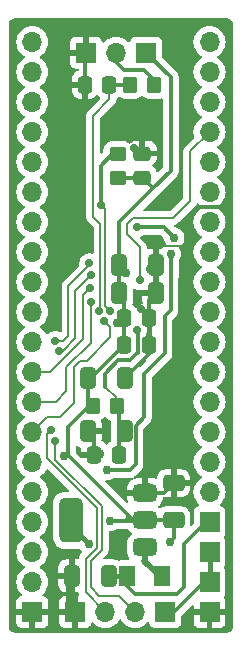
<source format=gbl>
G04 #@! TF.GenerationSoftware,KiCad,Pcbnew,8.0.4*
G04 #@! TF.CreationDate,2024-10-13T11:01:47+03:00*
G04 #@! TF.ProjectId,stm32f0_nucleo,73746d33-3266-4305-9f6e-75636c656f2e,rev?*
G04 #@! TF.SameCoordinates,Original*
G04 #@! TF.FileFunction,Copper,L2,Bot*
G04 #@! TF.FilePolarity,Positive*
%FSLAX46Y46*%
G04 Gerber Fmt 4.6, Leading zero omitted, Abs format (unit mm)*
G04 Created by KiCad (PCBNEW 8.0.4) date 2024-10-13 11:01:47*
%MOMM*%
%LPD*%
G01*
G04 APERTURE LIST*
G04 Aperture macros list*
%AMRoundRect*
0 Rectangle with rounded corners*
0 $1 Rounding radius*
0 $2 $3 $4 $5 $6 $7 $8 $9 X,Y pos of 4 corners*
0 Add a 4 corners polygon primitive as box body*
4,1,4,$2,$3,$4,$5,$6,$7,$8,$9,$2,$3,0*
0 Add four circle primitives for the rounded corners*
1,1,$1+$1,$2,$3*
1,1,$1+$1,$4,$5*
1,1,$1+$1,$6,$7*
1,1,$1+$1,$8,$9*
0 Add four rect primitives between the rounded corners*
20,1,$1+$1,$2,$3,$4,$5,0*
20,1,$1+$1,$4,$5,$6,$7,0*
20,1,$1+$1,$6,$7,$8,$9,0*
20,1,$1+$1,$8,$9,$2,$3,0*%
G04 Aperture macros list end*
G04 #@! TA.AperFunction,ComponentPad*
%ADD10O,1.700000X1.700000*%
G04 #@! TD*
G04 #@! TA.AperFunction,ComponentPad*
%ADD11R,1.700000X1.700000*%
G04 #@! TD*
G04 #@! TA.AperFunction,SMDPad,CuDef*
%ADD12RoundRect,0.250000X0.412500X0.650000X-0.412500X0.650000X-0.412500X-0.650000X0.412500X-0.650000X0*%
G04 #@! TD*
G04 #@! TA.AperFunction,SMDPad,CuDef*
%ADD13RoundRect,0.250000X0.650000X-0.412500X0.650000X0.412500X-0.650000X0.412500X-0.650000X-0.412500X0*%
G04 #@! TD*
G04 #@! TA.AperFunction,SMDPad,CuDef*
%ADD14RoundRect,0.250000X0.350000X0.450000X-0.350000X0.450000X-0.350000X-0.450000X0.350000X-0.450000X0*%
G04 #@! TD*
G04 #@! TA.AperFunction,SMDPad,CuDef*
%ADD15RoundRect,0.375000X0.625000X0.375000X-0.625000X0.375000X-0.625000X-0.375000X0.625000X-0.375000X0*%
G04 #@! TD*
G04 #@! TA.AperFunction,SMDPad,CuDef*
%ADD16RoundRect,0.500000X0.500000X1.400000X-0.500000X1.400000X-0.500000X-1.400000X0.500000X-1.400000X0*%
G04 #@! TD*
G04 #@! TA.AperFunction,SMDPad,CuDef*
%ADD17RoundRect,0.250000X-0.337500X-0.475000X0.337500X-0.475000X0.337500X0.475000X-0.337500X0.475000X0*%
G04 #@! TD*
G04 #@! TA.AperFunction,SMDPad,CuDef*
%ADD18RoundRect,0.250000X-0.450000X0.350000X-0.450000X-0.350000X0.450000X-0.350000X0.450000X0.350000X0*%
G04 #@! TD*
G04 #@! TA.AperFunction,SMDPad,CuDef*
%ADD19RoundRect,0.250000X-0.412500X-0.650000X0.412500X-0.650000X0.412500X0.650000X-0.412500X0.650000X0*%
G04 #@! TD*
G04 #@! TA.AperFunction,SMDPad,CuDef*
%ADD20RoundRect,0.250000X0.337500X0.475000X-0.337500X0.475000X-0.337500X-0.475000X0.337500X-0.475000X0*%
G04 #@! TD*
G04 #@! TA.AperFunction,SMDPad,CuDef*
%ADD21RoundRect,0.250000X-0.475000X0.337500X-0.475000X-0.337500X0.475000X-0.337500X0.475000X0.337500X0*%
G04 #@! TD*
G04 #@! TA.AperFunction,SMDPad,CuDef*
%ADD22RoundRect,0.250001X0.462499X0.624999X-0.462499X0.624999X-0.462499X-0.624999X0.462499X-0.624999X0*%
G04 #@! TD*
G04 #@! TA.AperFunction,ViaPad*
%ADD23C,0.750000*%
G04 #@! TD*
G04 #@! TA.AperFunction,ViaPad*
%ADD24C,0.700000*%
G04 #@! TD*
G04 #@! TA.AperFunction,ViaPad*
%ADD25C,0.600000*%
G04 #@! TD*
G04 #@! TA.AperFunction,Conductor*
%ADD26C,0.300000*%
G04 #@! TD*
G04 #@! TA.AperFunction,Conductor*
%ADD27C,0.350000*%
G04 #@! TD*
G04 #@! TA.AperFunction,Conductor*
%ADD28C,0.250000*%
G04 #@! TD*
G04 #@! TA.AperFunction,Conductor*
%ADD29C,0.450000*%
G04 #@! TD*
G04 #@! TA.AperFunction,Conductor*
%ADD30C,0.400000*%
G04 #@! TD*
G04 #@! TA.AperFunction,Conductor*
%ADD31C,0.500000*%
G04 #@! TD*
G04 #@! TA.AperFunction,Conductor*
%ADD32C,0.160000*%
G04 #@! TD*
G04 #@! TA.AperFunction,Conductor*
%ADD33C,0.200000*%
G04 #@! TD*
G04 APERTURE END LIST*
D10*
X140000000Y-60000000D03*
X140000000Y-62540000D03*
X140000000Y-65080000D03*
X140000000Y-67620000D03*
X140000000Y-70160000D03*
X140000000Y-72700000D03*
X140000000Y-75240000D03*
X140000000Y-77780000D03*
X140000000Y-80320000D03*
X140000000Y-82860000D03*
X140000000Y-85400000D03*
X140000000Y-87940000D03*
X140000000Y-90480000D03*
X140000000Y-93020000D03*
X140000000Y-95560000D03*
X140000000Y-98100000D03*
X140000000Y-100640000D03*
X140000000Y-103180000D03*
X140000000Y-105720000D03*
D11*
X140000000Y-108260000D03*
D10*
X155000000Y-60000000D03*
X155000000Y-62540000D03*
X155000000Y-65080000D03*
X155000000Y-67620000D03*
X155000000Y-70160000D03*
X155000000Y-72700000D03*
X155000000Y-75240000D03*
X155000000Y-77780000D03*
X155000000Y-80320000D03*
X155000000Y-82860000D03*
X155000000Y-85400000D03*
X155000000Y-87940000D03*
X155000000Y-90480000D03*
X155000000Y-93020000D03*
X155000000Y-95560000D03*
X155000000Y-98100000D03*
D11*
X155000000Y-100640000D03*
X155000000Y-103180000D03*
X155000000Y-105720000D03*
X155000000Y-108260000D03*
X144560001Y-60900000D03*
D10*
X147100001Y-60900000D03*
D11*
X149640000Y-60900000D03*
D12*
X147822500Y-92970000D03*
X144697500Y-92970000D03*
D13*
X151960000Y-100482500D03*
X151960000Y-97357500D03*
D14*
X147140000Y-90850000D03*
X145140000Y-90850000D03*
D15*
X149550000Y-98200000D03*
X149550000Y-100500000D03*
D16*
X143250000Y-100500000D03*
D15*
X149550000Y-102800000D03*
D17*
X144452500Y-63620000D03*
X146527500Y-63620000D03*
D18*
X147220000Y-69500000D03*
X147220000Y-71500000D03*
D19*
X144717500Y-88410000D03*
X147842500Y-88410000D03*
D20*
X149847500Y-83380000D03*
X147772500Y-83380000D03*
D14*
X150280000Y-63620000D03*
X148280000Y-63620000D03*
D12*
X146470000Y-105210000D03*
X143345000Y-105210000D03*
D21*
X149310000Y-69442500D03*
X149310000Y-71517500D03*
D22*
X151017500Y-105230000D03*
X148042500Y-105230000D03*
D20*
X149850000Y-85620000D03*
X147775000Y-85620000D03*
X147307500Y-94970000D03*
X145232500Y-94970000D03*
D12*
X150502500Y-78890000D03*
X147377500Y-78890000D03*
X150482500Y-81270000D03*
X147357500Y-81270000D03*
D11*
X143640001Y-108260000D03*
D10*
X146180001Y-108260000D03*
X148720000Y-108260000D03*
D11*
X151260001Y-108260000D03*
D23*
X147960000Y-79580000D03*
X146580000Y-100550000D03*
X144820000Y-102530000D03*
X142660000Y-95030000D03*
X147190000Y-83830000D03*
X151630000Y-102320000D03*
X149950000Y-79260000D03*
X149720000Y-97640000D03*
D24*
X149160000Y-82630000D03*
X147580000Y-102760000D03*
D23*
X145770000Y-94870000D03*
D25*
X141970000Y-84050000D03*
D24*
X148620000Y-68990000D03*
X145630000Y-82770000D03*
X148870000Y-84410000D03*
X148840000Y-75670000D03*
D23*
X152000000Y-76570000D03*
X146320000Y-96240000D03*
X151730000Y-77960000D03*
D24*
X144910000Y-80800000D03*
X146060000Y-83600000D03*
X144970000Y-82050000D03*
X149110000Y-80150000D03*
X144940000Y-79750000D03*
X142280000Y-86200000D03*
X141890000Y-93820000D03*
X144830000Y-78740000D03*
X141540000Y-92850000D03*
X141930000Y-85330000D03*
X145800000Y-73820000D03*
X146570000Y-82770000D03*
D26*
X154540000Y-105720000D02*
X155000000Y-105720000D01*
X152000000Y-108260000D02*
X154540000Y-105720000D01*
X151260001Y-108260000D02*
X152000000Y-108260000D01*
X148042500Y-106072500D02*
X148042500Y-105230000D01*
X148690000Y-106720000D02*
X148042500Y-106072500D01*
X152280000Y-106720000D02*
X148690000Y-106720000D01*
X152830000Y-106170000D02*
X152280000Y-106720000D01*
X152830000Y-102540000D02*
X152830000Y-106170000D01*
X154730000Y-100640000D02*
X152830000Y-102540000D01*
X155000000Y-100640000D02*
X154730000Y-100640000D01*
D27*
X147960000Y-100550000D02*
X148140000Y-100550000D01*
D28*
X147995000Y-100220000D02*
X147995000Y-100515000D01*
D27*
X151630000Y-102340000D02*
X151650000Y-102320000D01*
D28*
X142660000Y-95030000D02*
X142830000Y-95030000D01*
X148240000Y-100450000D02*
X148140000Y-100550000D01*
D27*
X147370000Y-83650000D02*
X147190000Y-83830000D01*
X147750000Y-100550000D02*
X147960000Y-100550000D01*
X144985000Y-88410000D02*
X147775000Y-85620000D01*
X151960000Y-100482500D02*
X151960000Y-102010000D01*
D28*
X143070000Y-95030000D02*
X147995000Y-99955000D01*
D27*
X142820000Y-94870000D02*
X142660000Y-95030000D01*
X147377500Y-75252500D02*
X147377500Y-78890000D01*
D28*
X148240000Y-100200000D02*
X148240000Y-100450000D01*
D27*
X144792500Y-90800000D02*
X142990000Y-92602500D01*
X147357500Y-81270000D02*
X147357500Y-78910000D01*
X151942500Y-100500000D02*
X151960000Y-100482500D01*
D29*
X155000000Y-103180000D02*
X155000000Y-105720000D01*
D27*
X151630000Y-102320000D02*
X151630000Y-102340000D01*
X151700000Y-62960000D02*
X151700000Y-70930000D01*
X151960000Y-100482500D02*
X149567500Y-100482500D01*
X142990000Y-94870000D02*
X142820000Y-94870000D01*
D28*
X147995000Y-100305000D02*
X147750000Y-100550000D01*
D27*
X150245000Y-72385000D02*
X149310000Y-73320000D01*
X147220000Y-71500000D02*
X149292500Y-71500000D01*
D28*
X148195000Y-100155000D02*
X148540000Y-100500000D01*
D27*
X148140000Y-100550000D02*
X149500000Y-100550000D01*
D28*
X147995000Y-100515000D02*
X147960000Y-100550000D01*
D27*
X149567500Y-100482500D02*
X149550000Y-100500000D01*
X146580000Y-100550000D02*
X147750000Y-100550000D01*
X147802500Y-85592500D02*
X147775000Y-85620000D01*
X147802500Y-83650000D02*
X147802500Y-81715000D01*
X149500000Y-100550000D02*
X149550000Y-100500000D01*
X142990000Y-92602500D02*
X142990000Y-94870000D01*
D28*
X148195000Y-100155000D02*
X148240000Y-100200000D01*
D27*
X149377500Y-71517500D02*
X149310000Y-71517500D01*
D30*
X143250000Y-100960000D02*
X144820000Y-102530000D01*
D27*
X150245000Y-72385000D02*
X149377500Y-71517500D01*
X149292500Y-71500000D02*
X149310000Y-71517500D01*
X151700000Y-70930000D02*
X150245000Y-72385000D01*
X144717500Y-90725000D02*
X144792500Y-90800000D01*
X151650000Y-102320000D02*
X151630000Y-102320000D01*
D30*
X143250000Y-100500000D02*
X143250000Y-100960000D01*
D27*
X151960000Y-102010000D02*
X151650000Y-102320000D01*
X147802500Y-83650000D02*
X147370000Y-83650000D01*
X147802500Y-83650000D02*
X147802500Y-85592500D01*
X149640000Y-60900000D02*
X151700000Y-62960000D01*
X149310000Y-73320000D02*
X147377500Y-75252500D01*
D28*
X147995000Y-100220000D02*
X147995000Y-100305000D01*
D27*
X144717500Y-88410000D02*
X144717500Y-90725000D01*
D28*
X147995000Y-99955000D02*
X147995000Y-100220000D01*
D27*
X147802500Y-81715000D02*
X147357500Y-81270000D01*
D28*
X142830000Y-95030000D02*
X142990000Y-94870000D01*
D27*
X144717500Y-88410000D02*
X144985000Y-88410000D01*
D28*
X148540000Y-100500000D02*
X149550000Y-100500000D01*
X147995000Y-99955000D02*
X148195000Y-100155000D01*
X142660000Y-95030000D02*
X143070000Y-95030000D01*
D27*
X144452500Y-61007501D02*
X144560001Y-60900000D01*
X145222500Y-94960000D02*
X145770000Y-94870000D01*
D31*
X140000000Y-108260000D02*
X143640001Y-108260000D01*
D27*
X149850000Y-86402500D02*
X149850000Y-85620000D01*
X149550000Y-97810000D02*
X149720000Y-97640000D01*
X145222500Y-92970000D02*
X145222500Y-94960000D01*
X147842500Y-88410000D02*
X149850000Y-86402500D01*
D32*
X150502500Y-77647500D02*
X150890000Y-77260000D01*
X150890000Y-77260000D02*
X152780000Y-77260000D01*
X152780000Y-77260000D02*
X152820000Y-77220000D01*
D27*
X149877500Y-83307500D02*
X149200000Y-82630000D01*
X149550000Y-98200000D02*
X149550000Y-97810000D01*
X144452500Y-63620000D02*
X144452500Y-61007501D01*
X154220000Y-73980000D02*
X156190000Y-73980000D01*
X149877500Y-83650000D02*
X149877500Y-83307500D01*
X150502500Y-78890000D02*
X150502500Y-81250000D01*
X149877500Y-81875000D02*
X150482500Y-81270000D01*
X149877500Y-83650000D02*
X149877500Y-85592500D01*
D31*
X143107500Y-105270000D02*
X143107500Y-107727499D01*
D27*
X145770000Y-94870000D02*
X145232500Y-94970000D01*
X151117500Y-98200000D02*
X151960000Y-97357500D01*
X149160000Y-82630000D02*
X149160000Y-82590000D01*
X150502500Y-81250000D02*
X150482500Y-81270000D01*
X156190000Y-73980000D02*
X156210000Y-73960000D01*
X151117500Y-98200000D02*
X149550000Y-98200000D01*
X149200000Y-82630000D02*
X149160000Y-82630000D01*
D32*
X150502500Y-78890000D02*
X150502500Y-77647500D01*
D27*
X149160000Y-82590000D02*
X149300000Y-82730000D01*
D31*
X143107500Y-107727499D02*
X143640001Y-108260000D01*
D27*
X149877500Y-85592500D02*
X149850000Y-85620000D01*
X149877500Y-83650000D02*
X149877500Y-81875000D01*
D32*
X145770000Y-75440000D02*
X145770000Y-82570000D01*
X146527500Y-64852500D02*
X145140000Y-66240000D01*
X145770000Y-82570000D02*
X145600000Y-82740000D01*
X146527500Y-63620000D02*
X146527500Y-64852500D01*
X145140000Y-74810000D02*
X145770000Y-75440000D01*
X145140000Y-66240000D02*
X145140000Y-74810000D01*
D27*
X146527500Y-63620000D02*
X148280000Y-63620000D01*
D26*
X148912500Y-84522500D02*
X148900000Y-84510000D01*
D27*
X147297500Y-94960000D02*
X147307500Y-94970000D01*
D33*
X147140000Y-90172500D02*
X146170000Y-89202500D01*
D26*
X148912500Y-84712500D02*
X148910000Y-84710000D01*
X148280000Y-86960000D02*
X147290000Y-86960000D01*
X148810000Y-86430000D02*
X148912500Y-86327500D01*
X146170000Y-88080000D02*
X146170000Y-89202500D01*
D27*
X147297500Y-92970000D02*
X147297500Y-94960000D01*
X147297500Y-92970000D02*
X147297500Y-91270000D01*
D26*
X148912500Y-86327500D02*
X148912500Y-85000000D01*
X147290000Y-86960000D02*
X146170000Y-88080000D01*
X148810000Y-86430000D02*
X148280000Y-86960000D01*
X148912500Y-85000000D02*
X148912500Y-84712500D01*
D33*
X147140000Y-90850000D02*
X147140000Y-90172500D01*
D26*
X148912500Y-84712500D02*
X148912500Y-84522500D01*
D31*
X146272500Y-105230000D02*
X146232500Y-105270000D01*
D29*
X148042500Y-105230000D02*
X146490000Y-105230000D01*
X146490000Y-105230000D02*
X146470000Y-105210000D01*
X148210000Y-105230000D02*
X148042500Y-105230000D01*
D26*
X151730000Y-77960000D02*
X151720000Y-78050000D01*
X148740000Y-95770000D02*
X148740000Y-92480000D01*
X148840000Y-75670000D02*
X148820000Y-75690000D01*
X146920000Y-96250000D02*
X148260000Y-96250000D01*
X146320000Y-96240000D02*
X146920000Y-96250000D01*
X152000000Y-76570000D02*
X151120000Y-75690000D01*
X151210000Y-83220000D02*
X151720000Y-82710000D01*
X148740000Y-92480000D02*
X149450000Y-91770000D01*
X149450000Y-91770000D02*
X149450000Y-88120000D01*
X148820000Y-75690000D02*
X148720000Y-75690000D01*
X148860000Y-75690000D02*
X148840000Y-75670000D01*
X151120000Y-75690000D02*
X148860000Y-75690000D01*
X148260000Y-96250000D02*
X148740000Y-95770000D01*
X151210000Y-86360000D02*
X151210000Y-83220000D01*
X151720000Y-82710000D02*
X151730000Y-77960000D01*
X149450000Y-88120000D02*
X151210000Y-86360000D01*
X146320000Y-96240000D02*
X146320000Y-96250000D01*
D32*
X141490000Y-87940000D02*
X140000000Y-87940000D01*
X144910000Y-80800000D02*
X144280000Y-81430000D01*
X144280000Y-81430000D02*
X144280000Y-85150000D01*
X144280000Y-85150000D02*
X141490000Y-87940000D01*
X141240000Y-91780000D02*
X140000000Y-93020000D01*
X145920000Y-83600000D02*
X145930000Y-83600000D01*
X144590000Y-87020000D02*
X144030000Y-87020000D01*
X144030000Y-87020000D02*
X143560000Y-87490000D01*
X146600000Y-84140000D02*
X146060000Y-83600000D01*
X146600000Y-85010000D02*
X144590000Y-87020000D01*
X142350000Y-91780000D02*
X141240000Y-91780000D01*
X146600000Y-84140000D02*
X146600000Y-85010000D01*
X143560000Y-90570000D02*
X142350000Y-91780000D01*
X143560000Y-87490000D02*
X143560000Y-90570000D01*
X146060000Y-83600000D02*
X145920000Y-83600000D01*
X142860000Y-87560000D02*
X142860000Y-89590000D01*
X141970000Y-90480000D02*
X140000000Y-90480000D01*
X144970000Y-82070000D02*
X144970000Y-85450000D01*
X144970000Y-85450000D02*
X142860000Y-87560000D01*
X142860000Y-89590000D02*
X141970000Y-90480000D01*
X153370000Y-73460000D02*
X153370000Y-69250000D01*
X153370000Y-69250000D02*
X155000000Y-67620000D01*
X151930000Y-74900000D02*
X153370000Y-73460000D01*
X149110000Y-80150000D02*
X149110000Y-77400000D01*
X148520000Y-74900000D02*
X151930000Y-74900000D01*
X147980000Y-76270000D02*
X147980000Y-75440000D01*
X149110000Y-77400000D02*
X147980000Y-76270000D01*
X147980000Y-75440000D02*
X148520000Y-74900000D01*
X142410000Y-86300000D02*
X142280000Y-86200000D01*
X142200000Y-86310000D02*
X142210000Y-86300000D01*
X142580000Y-86130000D02*
X142410000Y-86300000D01*
X142280000Y-86200000D02*
X142200000Y-86310000D01*
X141890000Y-93820000D02*
X141950000Y-95370000D01*
X144930000Y-103930000D02*
X144930000Y-106160000D01*
X144930000Y-106160000D02*
X145640000Y-106870000D01*
X143610000Y-81070000D02*
X143610000Y-84750000D01*
X144940000Y-79740000D02*
X144940000Y-79750000D01*
X142640000Y-86070000D02*
X142410000Y-86070000D01*
X143610000Y-85100000D02*
X142640000Y-86070000D01*
X141950000Y-95370000D02*
X145880000Y-99300000D01*
X144940000Y-79750000D02*
X144930000Y-79750000D01*
X144930000Y-79750000D02*
X143610000Y-81070000D01*
X145880000Y-99300000D02*
X145880000Y-102980000D01*
X144960000Y-79720000D02*
X144940000Y-79740000D01*
X141950000Y-93800000D02*
X141890000Y-93820000D01*
X145640000Y-106870000D02*
X147340000Y-106870000D01*
X145880000Y-102980000D02*
X144930000Y-103930000D01*
X147340000Y-106870000D02*
X147340000Y-106880000D01*
X142640000Y-86070000D02*
X142580000Y-86130000D01*
X143610000Y-84750000D02*
X143610000Y-85100000D01*
X142410000Y-86070000D02*
X142280000Y-86200000D01*
X147340000Y-106880000D02*
X148720000Y-108260000D01*
X141200000Y-95210000D02*
X141200000Y-93190000D01*
X144830000Y-78750000D02*
X144830000Y-78910000D01*
X145475000Y-102801310D02*
X144516310Y-103760000D01*
X144516310Y-106596309D02*
X146180001Y-108260000D01*
X145460000Y-99470000D02*
X145460000Y-102020000D01*
X145475000Y-102035000D02*
X145475000Y-102801310D01*
X145460000Y-102020000D02*
X145475000Y-102035000D01*
X144516310Y-103760000D02*
X144516310Y-106596309D01*
X141200000Y-95210000D02*
X145460000Y-99470000D01*
X144830000Y-78910000D02*
X143050000Y-80690000D01*
X143050000Y-80690000D02*
X143050000Y-84860000D01*
X143050000Y-84860000D02*
X142580000Y-85330000D01*
X142580000Y-85330000D02*
X141930000Y-85330000D01*
X141200000Y-93190000D02*
X141540000Y-92850000D01*
D27*
X147100001Y-61720001D02*
X147100001Y-60900000D01*
X150280000Y-63180000D02*
X149450000Y-62350000D01*
X147730000Y-62350000D02*
X147100001Y-61720001D01*
X150280000Y-63620000D02*
X150280000Y-63180000D01*
X149450000Y-62350000D02*
X147730000Y-62350000D01*
X146760000Y-69500000D02*
X145800000Y-70460000D01*
X145800000Y-70460000D02*
X145800000Y-73820000D01*
D32*
X146750000Y-82770000D02*
X146570000Y-82770000D01*
X146860000Y-82660000D02*
X146750000Y-82770000D01*
X146130000Y-74150000D02*
X145800000Y-73820000D01*
X146570000Y-82770000D02*
X146170000Y-82370000D01*
D27*
X147220000Y-69500000D02*
X146760000Y-69500000D01*
D32*
X146170000Y-82370000D02*
X146130000Y-82370000D01*
X146130000Y-82370000D02*
X146130000Y-74150000D01*
D31*
X150800000Y-105230000D02*
X149490000Y-103920000D01*
X149490000Y-103920000D02*
X149550000Y-103860000D01*
X149550000Y-103860000D02*
X149550000Y-102800000D01*
X151017500Y-105230000D02*
X150800000Y-105230000D01*
G04 #@! TA.AperFunction,Conductor*
G36*
X148118357Y-101244407D02*
G01*
X148148856Y-101280512D01*
X148164661Y-101312379D01*
X148182969Y-101349295D01*
X148182970Y-101349296D01*
X148302278Y-101497722D01*
X148395727Y-101572838D01*
X148429236Y-101624032D01*
X148426254Y-101685145D01*
X148395727Y-101727162D01*
X148302280Y-101802276D01*
X148302276Y-101802280D01*
X148182970Y-101950703D01*
X148098359Y-102121307D01*
X148052400Y-102306109D01*
X148052399Y-102306114D01*
X148049500Y-102348859D01*
X148049500Y-103251117D01*
X148049501Y-103251142D01*
X148052400Y-103293887D01*
X148052399Y-103293887D01*
X148079675Y-103403564D01*
X148098359Y-103478693D01*
X148182970Y-103649296D01*
X148182971Y-103649297D01*
X148182972Y-103649299D01*
X148218482Y-103693476D01*
X148240202Y-103750676D01*
X148224153Y-103809719D01*
X148176464Y-103848052D01*
X148141320Y-103854500D01*
X147529984Y-103854500D01*
X147427205Y-103865000D01*
X147313675Y-103902620D01*
X147252490Y-103902976D01*
X147230564Y-103892907D01*
X147201834Y-103875186D01*
X147201832Y-103875185D01*
X147035294Y-103820000D01*
X146932517Y-103809500D01*
X146110456Y-103809500D01*
X146052265Y-103790593D01*
X146016301Y-103741093D01*
X146016301Y-103679907D01*
X146040450Y-103640498D01*
X146236432Y-103444517D01*
X146236435Y-103444516D01*
X146344516Y-103336435D01*
X146368160Y-103295483D01*
X146420938Y-103204069D01*
X146420938Y-103204067D01*
X146420940Y-103204065D01*
X146444412Y-103116465D01*
X146449975Y-103095706D01*
X146460500Y-103056424D01*
X146460500Y-101524500D01*
X146479407Y-101466309D01*
X146528907Y-101430345D01*
X146559500Y-101425500D01*
X146672017Y-101425500D01*
X146672019Y-101425500D01*
X146852034Y-101387236D01*
X147020161Y-101312381D01*
X147113720Y-101244407D01*
X147171910Y-101225500D01*
X147683469Y-101225500D01*
X147893469Y-101225500D01*
X148060166Y-101225500D01*
X148118357Y-101244407D01*
G37*
G04 #@! TD.AperFunction*
G04 #@! TA.AperFunction,Conductor*
G36*
X154061913Y-73671809D02*
G01*
X154128599Y-73738495D01*
X154322170Y-73874035D01*
X154335552Y-73880275D01*
X154380300Y-73922003D01*
X154391975Y-73982064D01*
X154366117Y-74037517D01*
X154335554Y-74059724D01*
X154322173Y-74065963D01*
X154128603Y-74201501D01*
X153961501Y-74368603D01*
X153825963Y-74562173D01*
X153825959Y-74562181D01*
X153726098Y-74776332D01*
X153664935Y-75004599D01*
X153644341Y-75239995D01*
X153644341Y-75240004D01*
X153664935Y-75475400D01*
X153664936Y-75475407D01*
X153664937Y-75475408D01*
X153726097Y-75703663D01*
X153825965Y-75917830D01*
X153961505Y-76111401D01*
X154128599Y-76278495D01*
X154322170Y-76414035D01*
X154335552Y-76420275D01*
X154380300Y-76462003D01*
X154391975Y-76522064D01*
X154366117Y-76577517D01*
X154335554Y-76599724D01*
X154322173Y-76605963D01*
X154128603Y-76741501D01*
X153961501Y-76908603D01*
X153825963Y-77102173D01*
X153825959Y-77102181D01*
X153726098Y-77316332D01*
X153664935Y-77544599D01*
X153644341Y-77779995D01*
X153644341Y-77780004D01*
X153664935Y-78015400D01*
X153664936Y-78015407D01*
X153664937Y-78015408D01*
X153726097Y-78243663D01*
X153825965Y-78457830D01*
X153961505Y-78651401D01*
X154128599Y-78818495D01*
X154322170Y-78954035D01*
X154331098Y-78958198D01*
X154335552Y-78960275D01*
X154380300Y-79002003D01*
X154391975Y-79062064D01*
X154366117Y-79117517D01*
X154335554Y-79139724D01*
X154322173Y-79145963D01*
X154128603Y-79281501D01*
X153961501Y-79448603D01*
X153825963Y-79642173D01*
X153825959Y-79642181D01*
X153726098Y-79856332D01*
X153664935Y-80084599D01*
X153644341Y-80319995D01*
X153644341Y-80320004D01*
X153664935Y-80555400D01*
X153664936Y-80555407D01*
X153664937Y-80555408D01*
X153726097Y-80783663D01*
X153825965Y-80997830D01*
X153961505Y-81191401D01*
X154128599Y-81358495D01*
X154322170Y-81494035D01*
X154335552Y-81500275D01*
X154380300Y-81542003D01*
X154391975Y-81602064D01*
X154366117Y-81657517D01*
X154335554Y-81679724D01*
X154322173Y-81685963D01*
X154128603Y-81821501D01*
X153961501Y-81988603D01*
X153825963Y-82182173D01*
X153825959Y-82182181D01*
X153726098Y-82396332D01*
X153664935Y-82624599D01*
X153644341Y-82859995D01*
X153644341Y-82860004D01*
X153664935Y-83095400D01*
X153664936Y-83095407D01*
X153664937Y-83095408D01*
X153726097Y-83323663D01*
X153825965Y-83537830D01*
X153961505Y-83731401D01*
X154128599Y-83898495D01*
X154322170Y-84034035D01*
X154335552Y-84040275D01*
X154380300Y-84082003D01*
X154391975Y-84142064D01*
X154366117Y-84197517D01*
X154335554Y-84219724D01*
X154322173Y-84225963D01*
X154128603Y-84361501D01*
X153961501Y-84528603D01*
X153825963Y-84722173D01*
X153825959Y-84722181D01*
X153726098Y-84936332D01*
X153664935Y-85164599D01*
X153644341Y-85399995D01*
X153644341Y-85400004D01*
X153664935Y-85635400D01*
X153664936Y-85635407D01*
X153664937Y-85635408D01*
X153726097Y-85863663D01*
X153825965Y-86077830D01*
X153961505Y-86271401D01*
X154128599Y-86438495D01*
X154322170Y-86574035D01*
X154335552Y-86580275D01*
X154380300Y-86622003D01*
X154391975Y-86682064D01*
X154366117Y-86737517D01*
X154335554Y-86759724D01*
X154322173Y-86765963D01*
X154128603Y-86901501D01*
X153961501Y-87068603D01*
X153825963Y-87262173D01*
X153825959Y-87262181D01*
X153726098Y-87476332D01*
X153664935Y-87704599D01*
X153644341Y-87939995D01*
X153644341Y-87940004D01*
X153664935Y-88175400D01*
X153664936Y-88175407D01*
X153664937Y-88175408D01*
X153726097Y-88403663D01*
X153825965Y-88617830D01*
X153961505Y-88811401D01*
X154128599Y-88978495D01*
X154322170Y-89114035D01*
X154335552Y-89120275D01*
X154380300Y-89162003D01*
X154391975Y-89222064D01*
X154366117Y-89277517D01*
X154335554Y-89299724D01*
X154322173Y-89305963D01*
X154128603Y-89441501D01*
X153961501Y-89608603D01*
X153825963Y-89802173D01*
X153825959Y-89802181D01*
X153726098Y-90016332D01*
X153664935Y-90244599D01*
X153644341Y-90479995D01*
X153644341Y-90480004D01*
X153664935Y-90715400D01*
X153664936Y-90715407D01*
X153664937Y-90715408D01*
X153726097Y-90943663D01*
X153825965Y-91157830D01*
X153961505Y-91351401D01*
X154128599Y-91518495D01*
X154322170Y-91654035D01*
X154335552Y-91660275D01*
X154380300Y-91702003D01*
X154391975Y-91762064D01*
X154366117Y-91817517D01*
X154335554Y-91839724D01*
X154322173Y-91845963D01*
X154128603Y-91981501D01*
X153961501Y-92148603D01*
X153825963Y-92342173D01*
X153825959Y-92342181D01*
X153726098Y-92556332D01*
X153664935Y-92784599D01*
X153644341Y-93019995D01*
X153644341Y-93020004D01*
X153664935Y-93255400D01*
X153726097Y-93483662D01*
X153825964Y-93697828D01*
X153937327Y-93856872D01*
X153961505Y-93891401D01*
X154128599Y-94058495D01*
X154322170Y-94194035D01*
X154335552Y-94200275D01*
X154380300Y-94242003D01*
X154391975Y-94302064D01*
X154366117Y-94357517D01*
X154335554Y-94379724D01*
X154322173Y-94385963D01*
X154128603Y-94521501D01*
X153961501Y-94688603D01*
X153825963Y-94882173D01*
X153825959Y-94882181D01*
X153726098Y-95096332D01*
X153664935Y-95324599D01*
X153644341Y-95559995D01*
X153644341Y-95560004D01*
X153664935Y-95795400D01*
X153664936Y-95795407D01*
X153664937Y-95795408D01*
X153726097Y-96023663D01*
X153825965Y-96237830D01*
X153841939Y-96260643D01*
X153955642Y-96423029D01*
X153961505Y-96431401D01*
X154128599Y-96598495D01*
X154322170Y-96734035D01*
X154335552Y-96740275D01*
X154380300Y-96782003D01*
X154391975Y-96842064D01*
X154366117Y-96897517D01*
X154335554Y-96919724D01*
X154322173Y-96925963D01*
X154128603Y-97061501D01*
X153961501Y-97228603D01*
X153825963Y-97422173D01*
X153825959Y-97422181D01*
X153726098Y-97636332D01*
X153664935Y-97864599D01*
X153644341Y-98099995D01*
X153644341Y-98100004D01*
X153664935Y-98335400D01*
X153664936Y-98335407D01*
X153664937Y-98335408D01*
X153714397Y-98519999D01*
X153726097Y-98563662D01*
X153825964Y-98777828D01*
X153927321Y-98922582D01*
X153961505Y-98971401D01*
X154116060Y-99125956D01*
X154143836Y-99180471D01*
X154134265Y-99240903D01*
X154091000Y-99284168D01*
X154056637Y-99294391D01*
X154042517Y-99295909D01*
X154042514Y-99295909D01*
X153907670Y-99346202D01*
X153792458Y-99432450D01*
X153792450Y-99432458D01*
X153706202Y-99547670D01*
X153655910Y-99682511D01*
X153655908Y-99682522D01*
X153649500Y-99742129D01*
X153649500Y-100759545D01*
X153630593Y-100817736D01*
X153620503Y-100829549D01*
X153529502Y-100920549D01*
X153474985Y-100948326D01*
X153414553Y-100938754D01*
X153371289Y-100895490D01*
X153360499Y-100850548D01*
X153360499Y-100019992D01*
X153360499Y-100019983D01*
X153350000Y-99917211D01*
X153349999Y-99917209D01*
X153349999Y-99917203D01*
X153294814Y-99750666D01*
X153202712Y-99601344D01*
X153078656Y-99477288D01*
X153078653Y-99477286D01*
X153078652Y-99477285D01*
X152929336Y-99385187D01*
X152929335Y-99385186D01*
X152929334Y-99385186D01*
X152762797Y-99330001D01*
X152762794Y-99330000D01*
X152660016Y-99319500D01*
X151259983Y-99319500D01*
X151157211Y-99329999D01*
X151157199Y-99330002D01*
X150990663Y-99385187D01*
X150858575Y-99466659D01*
X150799122Y-99481115D01*
X150744578Y-99459560D01*
X150717155Y-99437517D01*
X150703873Y-99426840D01*
X150670365Y-99375647D01*
X150673347Y-99314534D01*
X150703875Y-99272517D01*
X150797361Y-99197371D01*
X150797368Y-99197364D01*
X150916606Y-99049026D01*
X150916608Y-99049023D01*
X151001168Y-98878522D01*
X151047102Y-98693821D01*
X151049999Y-98651115D01*
X151050000Y-98651096D01*
X151050000Y-98608172D01*
X151068907Y-98549981D01*
X151118407Y-98514017D01*
X151159063Y-98509685D01*
X151260013Y-98519999D01*
X151709998Y-98519999D01*
X151710000Y-98519998D01*
X151710000Y-97607501D01*
X152210000Y-97607501D01*
X152210000Y-98519998D01*
X152210001Y-98519999D01*
X152659986Y-98519999D01*
X152762687Y-98509507D01*
X152762699Y-98509504D01*
X152929124Y-98454356D01*
X153078340Y-98362319D01*
X153202319Y-98238340D01*
X153294356Y-98089124D01*
X153349506Y-97922693D01*
X153360000Y-97819987D01*
X153360000Y-97607501D01*
X153359999Y-97607500D01*
X152210001Y-97607500D01*
X152210000Y-97607501D01*
X151710000Y-97607501D01*
X151710000Y-96195001D01*
X152210000Y-96195001D01*
X152210000Y-97107499D01*
X152210001Y-97107500D01*
X153359998Y-97107500D01*
X153359999Y-97107499D01*
X153359999Y-96895013D01*
X153349507Y-96792312D01*
X153349504Y-96792300D01*
X153294356Y-96625875D01*
X153202319Y-96476659D01*
X153078340Y-96352680D01*
X152929124Y-96260643D01*
X152762693Y-96205493D01*
X152659987Y-96195000D01*
X152210001Y-96195000D01*
X152210000Y-96195001D01*
X151710000Y-96195001D01*
X151709999Y-96195000D01*
X151260013Y-96195000D01*
X151157312Y-96205492D01*
X151157300Y-96205495D01*
X150990875Y-96260643D01*
X150841659Y-96352680D01*
X150717680Y-96476659D01*
X150625643Y-96625875D01*
X150570493Y-96792306D01*
X150560000Y-96895011D01*
X150559874Y-96897489D01*
X150538034Y-96954643D01*
X150486770Y-96988045D01*
X150437110Y-96988531D01*
X150293822Y-96952897D01*
X150251115Y-96950000D01*
X149800001Y-96950000D01*
X149800000Y-96950001D01*
X149800000Y-98351000D01*
X149781093Y-98409191D01*
X149731593Y-98445155D01*
X149701000Y-98450000D01*
X148050001Y-98450000D01*
X148050000Y-98450001D01*
X148050000Y-98651115D01*
X148052897Y-98693821D01*
X148052896Y-98693821D01*
X148098831Y-98878522D01*
X148121494Y-98924218D01*
X148130411Y-98984751D01*
X148102044Y-99038963D01*
X148047230Y-99066148D01*
X147986905Y-99055922D01*
X147962799Y-99038209D01*
X146209094Y-97284504D01*
X146181317Y-97229987D01*
X146190888Y-97169555D01*
X146234153Y-97126290D01*
X146279098Y-97115500D01*
X146412017Y-97115500D01*
X146412019Y-97115500D01*
X146592034Y-97077236D01*
X146760161Y-97002381D01*
X146873946Y-96919710D01*
X146932134Y-96900805D01*
X146933690Y-96900818D01*
X146973220Y-96901477D01*
X146973229Y-96901475D01*
X146978066Y-96901081D01*
X146978087Y-96901348D01*
X146987515Y-96900500D01*
X148324068Y-96900500D01*
X148324069Y-96900500D01*
X148384370Y-96888505D01*
X148420516Y-96881315D01*
X148481277Y-96888505D01*
X148526207Y-96930037D01*
X148538145Y-96990047D01*
X148512530Y-97045612D01*
X148483819Y-97067103D01*
X148450973Y-97083393D01*
X148302635Y-97202631D01*
X148302631Y-97202635D01*
X148183393Y-97350973D01*
X148183391Y-97350976D01*
X148098831Y-97521477D01*
X148052897Y-97706178D01*
X148050000Y-97748884D01*
X148050000Y-97949999D01*
X148050001Y-97950000D01*
X149299999Y-97950000D01*
X149300000Y-97949999D01*
X149300000Y-96950001D01*
X149299999Y-96950000D01*
X148848884Y-96950000D01*
X148806178Y-96952897D01*
X148676525Y-96985141D01*
X148615491Y-96980836D01*
X148568644Y-96941479D01*
X148553877Y-96882102D01*
X148576832Y-96825386D01*
X148597632Y-96806751D01*
X148607723Y-96800008D01*
X148634670Y-96782003D01*
X148674669Y-96755277D01*
X149245277Y-96184669D01*
X149316466Y-96078126D01*
X149365501Y-95959743D01*
X149367137Y-95951522D01*
X149390500Y-95834069D01*
X149390500Y-92790453D01*
X149409407Y-92732262D01*
X149419490Y-92720455D01*
X149955277Y-92184669D01*
X150026466Y-92078126D01*
X150059033Y-91999500D01*
X150075501Y-91959744D01*
X150100500Y-91834069D01*
X150100500Y-88430453D01*
X150119407Y-88372262D01*
X150129490Y-88360455D01*
X151715277Y-86774669D01*
X151786465Y-86668127D01*
X151835501Y-86549744D01*
X151842168Y-86516226D01*
X151860500Y-86424069D01*
X151860500Y-83530452D01*
X151879407Y-83472261D01*
X151889484Y-83460461D01*
X152179716Y-83170229D01*
X152224402Y-83125732D01*
X152224402Y-83125731D01*
X152224406Y-83125728D01*
X152225097Y-83124887D01*
X152225175Y-83124793D01*
X152225271Y-83124674D01*
X152225277Y-83124669D01*
X152247342Y-83091643D01*
X152260457Y-83072017D01*
X152260574Y-83071841D01*
X152295815Y-83019340D01*
X152295815Y-83019338D01*
X152295818Y-83019335D01*
X152296461Y-83018134D01*
X152296462Y-83018131D01*
X152296465Y-83018127D01*
X152320749Y-82959500D01*
X152345100Y-82901060D01*
X152345102Y-82901047D01*
X152345449Y-82899909D01*
X152345473Y-82899831D01*
X152345492Y-82899763D01*
X152345501Y-82899744D01*
X152357820Y-82837811D01*
X152370364Y-82775438D01*
X152370364Y-82775417D01*
X152370499Y-82774083D01*
X152370499Y-82711308D01*
X152373061Y-81494035D01*
X152379184Y-78585213D01*
X152398214Y-78527063D01*
X152404602Y-78519189D01*
X152442195Y-78477440D01*
X152534214Y-78318059D01*
X152591085Y-78143029D01*
X152610322Y-77960000D01*
X152591085Y-77776971D01*
X152534214Y-77601941D01*
X152442195Y-77442560D01*
X152442192Y-77442557D01*
X152441350Y-77441098D01*
X152428628Y-77381249D01*
X152453514Y-77325354D01*
X152468891Y-77311506D01*
X152589050Y-77224207D01*
X152712195Y-77087440D01*
X152804214Y-76928059D01*
X152861085Y-76753029D01*
X152880322Y-76570000D01*
X152861085Y-76386971D01*
X152804214Y-76211941D01*
X152804211Y-76211936D01*
X152804209Y-76211931D01*
X152746164Y-76111396D01*
X152712195Y-76052560D01*
X152589050Y-75915793D01*
X152440161Y-75807619D01*
X152440157Y-75807617D01*
X152440154Y-75807615D01*
X152272036Y-75732765D01*
X152272034Y-75732764D01*
X152272031Y-75732763D01*
X152272030Y-75732763D01*
X152218849Y-75721459D01*
X152092019Y-75694500D01*
X152092017Y-75694500D01*
X152085454Y-75694500D01*
X152027263Y-75675593D01*
X152015450Y-75665504D01*
X151988884Y-75638938D01*
X151961107Y-75584421D01*
X151970678Y-75523989D01*
X152013943Y-75480724D01*
X152033261Y-75473309D01*
X152080244Y-75460720D01*
X152154065Y-75440940D01*
X152154067Y-75440938D01*
X152154069Y-75440938D01*
X152286430Y-75364519D01*
X152286430Y-75364518D01*
X152286435Y-75364516D01*
X152394516Y-75256435D01*
X153834516Y-73816435D01*
X153906178Y-73692312D01*
X153951644Y-73651374D01*
X154012494Y-73644978D01*
X154061913Y-73671809D01*
G37*
G04 #@! TD.AperFunction*
G04 #@! TA.AperFunction,Conductor*
G36*
X143816473Y-94212204D02*
G01*
X143965874Y-94304356D01*
X144077611Y-94341382D01*
X144126901Y-94377633D01*
X144145469Y-94435933D01*
X144145116Y-94442494D01*
X144145128Y-94442495D01*
X144145000Y-94445012D01*
X144145000Y-94719999D01*
X144145001Y-94720000D01*
X145383500Y-94720000D01*
X145441691Y-94738907D01*
X145477655Y-94788407D01*
X145482500Y-94819000D01*
X145482500Y-95121000D01*
X145463593Y-95179191D01*
X145414093Y-95215155D01*
X145383500Y-95220000D01*
X144185598Y-95220000D01*
X144127407Y-95201093D01*
X144115594Y-95191004D01*
X143694496Y-94769906D01*
X143666719Y-94715389D01*
X143665500Y-94699902D01*
X143665500Y-94296464D01*
X143684407Y-94238273D01*
X143733907Y-94202309D01*
X143795093Y-94202309D01*
X143816473Y-94212204D01*
G37*
G04 #@! TD.AperFunction*
G04 #@! TA.AperFunction,Conductor*
G36*
X146184945Y-91763165D02*
G01*
X146210000Y-91781368D01*
X146321344Y-91892712D01*
X146470666Y-91984814D01*
X146554141Y-92012474D01*
X146603430Y-92048725D01*
X146622000Y-92106449D01*
X146622000Y-93772612D01*
X146603093Y-93830803D01*
X146574973Y-93856872D01*
X146501348Y-93902284D01*
X146377284Y-94026348D01*
X146353966Y-94064153D01*
X146307325Y-94103754D01*
X146246314Y-94108377D01*
X146194239Y-94076256D01*
X146185445Y-94064152D01*
X146162319Y-94026659D01*
X146038340Y-93902680D01*
X145901030Y-93817987D01*
X145861428Y-93771346D01*
X145854515Y-93723662D01*
X145860000Y-93669985D01*
X145860000Y-93220001D01*
X145859999Y-93220000D01*
X144546500Y-93220000D01*
X144488309Y-93201093D01*
X144452345Y-93151593D01*
X144447500Y-93121000D01*
X144447500Y-92819000D01*
X144466407Y-92760809D01*
X144515907Y-92724845D01*
X144546500Y-92720000D01*
X145859998Y-92720000D01*
X145859999Y-92719999D01*
X145859999Y-92270013D01*
X145849507Y-92167312D01*
X145849504Y-92167300D01*
X145817102Y-92069515D01*
X145816746Y-92008331D01*
X145852421Y-91958622D01*
X145859096Y-91954120D01*
X145958656Y-91892712D01*
X146069998Y-91781369D01*
X146124513Y-91753594D01*
X146184945Y-91763165D01*
G37*
G04 #@! TD.AperFunction*
G04 #@! TA.AperFunction,Conductor*
G36*
X149462514Y-86844999D02*
G01*
X149566044Y-86844999D01*
X149624235Y-86863906D01*
X149660199Y-86913405D01*
X149660200Y-86974591D01*
X149636049Y-87014003D01*
X149120006Y-87530046D01*
X149065489Y-87557823D01*
X149005057Y-87548252D01*
X148961792Y-87504987D01*
X148956027Y-87491182D01*
X148939358Y-87440879D01*
X148939354Y-87440871D01*
X148896412Y-87371252D01*
X148881955Y-87311799D01*
X148905205Y-87255203D01*
X148910642Y-87249302D01*
X149216518Y-86943425D01*
X149216522Y-86943423D01*
X149224667Y-86935277D01*
X149224669Y-86935277D01*
X149295361Y-86864584D01*
X149349875Y-86836808D01*
X149375426Y-86836102D01*
X149462514Y-86844999D01*
G37*
G04 #@! TD.AperFunction*
G04 #@! TA.AperFunction,Conductor*
G36*
X150056691Y-83148907D02*
G01*
X150092655Y-83198407D01*
X150097500Y-83229000D01*
X150097500Y-84377505D01*
X150098781Y-84380020D01*
X150100000Y-84395507D01*
X150100000Y-85771000D01*
X150081093Y-85829191D01*
X150031593Y-85865155D01*
X150001000Y-85870000D01*
X149699000Y-85870000D01*
X149640809Y-85851093D01*
X149604845Y-85801593D01*
X149600000Y-85771000D01*
X149600000Y-84873128D01*
X149613263Y-84823629D01*
X149651250Y-84757835D01*
X149706497Y-84587803D01*
X149725185Y-84410000D01*
X149706497Y-84232197D01*
X149651250Y-84062165D01*
X149610763Y-83992039D01*
X149597500Y-83942539D01*
X149597500Y-83229000D01*
X149616407Y-83170809D01*
X149665907Y-83134845D01*
X149696500Y-83130000D01*
X149998500Y-83130000D01*
X150056691Y-83148907D01*
G37*
G04 #@! TD.AperFunction*
G04 #@! TA.AperFunction,Conductor*
G36*
X150867737Y-76359407D02*
G01*
X150879550Y-76369496D01*
X151099541Y-76589487D01*
X151127318Y-76644004D01*
X151127995Y-76649141D01*
X151137703Y-76741501D01*
X151138916Y-76753034D01*
X151195784Y-76928054D01*
X151195790Y-76928068D01*
X151288649Y-77088903D01*
X151301371Y-77148751D01*
X151276485Y-77204647D01*
X151261104Y-77218495D01*
X151140951Y-77305791D01*
X151140950Y-77305792D01*
X151017800Y-77442565D01*
X151014754Y-77446759D01*
X151013252Y-77445668D01*
X150973532Y-77481438D01*
X150933258Y-77490000D01*
X150752501Y-77490000D01*
X150752500Y-77490001D01*
X150752500Y-80271993D01*
X150733593Y-80330184D01*
X150732500Y-80331463D01*
X150732500Y-81421000D01*
X150713593Y-81479191D01*
X150664093Y-81515155D01*
X150633500Y-81520000D01*
X149320002Y-81520000D01*
X149320001Y-81520001D01*
X149320001Y-81969986D01*
X149330492Y-82072687D01*
X149331626Y-82077981D01*
X149329762Y-82078379D01*
X149330068Y-82131532D01*
X149294390Y-82181239D01*
X149266880Y-82195457D01*
X149190874Y-82220643D01*
X149041659Y-82312680D01*
X148917680Y-82436659D01*
X148894553Y-82474154D01*
X148847911Y-82513754D01*
X148786901Y-82518377D01*
X148734825Y-82486255D01*
X148726032Y-82474152D01*
X148702714Y-82436347D01*
X148702713Y-82436346D01*
X148702712Y-82436344D01*
X148578656Y-82312288D01*
X148578653Y-82312286D01*
X148578651Y-82312284D01*
X148525027Y-82279208D01*
X148485426Y-82232567D01*
X148478000Y-82194948D01*
X148478000Y-82185338D01*
X148483024Y-82154200D01*
X148509999Y-82072797D01*
X148510011Y-82072687D01*
X148520499Y-81970016D01*
X148520500Y-81970009D01*
X148520499Y-80967276D01*
X148539406Y-80909086D01*
X148588906Y-80873122D01*
X148650092Y-80873122D01*
X148677693Y-80887187D01*
X148682405Y-80890611D01*
X148682412Y-80890615D01*
X148845726Y-80963326D01*
X148845733Y-80963329D01*
X149020609Y-81000500D01*
X149020612Y-81000500D01*
X149199388Y-81000500D01*
X149199391Y-81000500D01*
X149230198Y-80993951D01*
X149291043Y-81000344D01*
X149319645Y-81020000D01*
X150232499Y-81020000D01*
X150232500Y-81019999D01*
X150232500Y-79888007D01*
X150251407Y-79829816D01*
X150252500Y-79828536D01*
X150252500Y-77490001D01*
X150252499Y-77490000D01*
X150040013Y-77490000D01*
X149937312Y-77500492D01*
X149937300Y-77500495D01*
X149820640Y-77539152D01*
X149759455Y-77539508D01*
X149709747Y-77503832D01*
X149690502Y-77445753D01*
X149690500Y-77445177D01*
X149690500Y-77323574D01*
X149689689Y-77320548D01*
X149689688Y-77320546D01*
X149685734Y-77305791D01*
X149650940Y-77175935D01*
X149624424Y-77130008D01*
X149574516Y-77043565D01*
X149574515Y-77043564D01*
X149466435Y-76935483D01*
X149466435Y-76935484D01*
X149143858Y-76612907D01*
X149116081Y-76558390D01*
X149125652Y-76497958D01*
X149168917Y-76454693D01*
X149173596Y-76452462D01*
X149267582Y-76410617D01*
X149267582Y-76410616D01*
X149267593Y-76410612D01*
X149338070Y-76359406D01*
X149396260Y-76340500D01*
X150809546Y-76340500D01*
X150867737Y-76359407D01*
G37*
G04 #@! TD.AperFunction*
G04 #@! TA.AperFunction,Conductor*
G36*
X149324945Y-64533165D02*
G01*
X149350000Y-64551368D01*
X149461344Y-64662712D01*
X149461346Y-64662713D01*
X149461347Y-64662714D01*
X149501876Y-64687712D01*
X149610666Y-64754814D01*
X149777203Y-64809999D01*
X149879991Y-64820500D01*
X150680008Y-64820499D01*
X150680016Y-64820499D01*
X150782788Y-64810000D01*
X150782788Y-64809999D01*
X150782797Y-64809999D01*
X150894361Y-64773029D01*
X150955544Y-64772674D01*
X151005252Y-64808349D01*
X151024498Y-64866428D01*
X151024500Y-64867005D01*
X151024500Y-70609191D01*
X151005593Y-70667382D01*
X150995503Y-70679195D01*
X150668979Y-71005718D01*
X150614463Y-71033495D01*
X150554031Y-71023924D01*
X150510766Y-70980659D01*
X150505001Y-70966854D01*
X150469814Y-70860666D01*
X150377712Y-70711344D01*
X150253656Y-70587288D01*
X150253653Y-70587286D01*
X150253652Y-70587285D01*
X150215847Y-70563967D01*
X150176245Y-70517326D01*
X150171622Y-70456315D01*
X150203743Y-70404239D01*
X150215847Y-70395445D01*
X150253340Y-70372319D01*
X150377319Y-70248340D01*
X150469356Y-70099124D01*
X150524506Y-69932693D01*
X150535000Y-69829987D01*
X150535000Y-69692501D01*
X150534999Y-69692500D01*
X149159000Y-69692500D01*
X149100809Y-69673593D01*
X149064845Y-69624093D01*
X149060000Y-69593500D01*
X149060000Y-68355001D01*
X149560000Y-68355001D01*
X149560000Y-69192499D01*
X149560001Y-69192500D01*
X150534998Y-69192500D01*
X150534999Y-69192499D01*
X150534999Y-69055013D01*
X150524507Y-68952312D01*
X150524504Y-68952300D01*
X150469356Y-68785875D01*
X150377319Y-68636659D01*
X150253340Y-68512680D01*
X150104124Y-68420643D01*
X149937693Y-68365493D01*
X149834987Y-68355000D01*
X149560001Y-68355000D01*
X149560000Y-68355001D01*
X149060000Y-68355001D01*
X149059999Y-68355000D01*
X148785013Y-68355000D01*
X148682312Y-68365492D01*
X148682300Y-68365495D01*
X148515875Y-68420643D01*
X148366658Y-68512681D01*
X148366655Y-68512683D01*
X148300356Y-68578982D01*
X148245839Y-68606759D01*
X148185407Y-68597187D01*
X148160352Y-68578984D01*
X148138656Y-68557288D01*
X148138653Y-68557286D01*
X148138652Y-68557285D01*
X147989336Y-68465187D01*
X147989335Y-68465186D01*
X147989334Y-68465186D01*
X147822797Y-68410001D01*
X147822794Y-68410000D01*
X147720016Y-68399500D01*
X146719983Y-68399500D01*
X146617211Y-68409999D01*
X146617199Y-68410002D01*
X146450663Y-68465187D01*
X146301347Y-68557285D01*
X146177285Y-68681347D01*
X146085187Y-68830663D01*
X146030000Y-68997205D01*
X146019500Y-69099983D01*
X146019500Y-69244191D01*
X146000593Y-69302382D01*
X145990509Y-69314188D01*
X145889502Y-69415195D01*
X145834987Y-69442972D01*
X145774555Y-69433401D01*
X145731290Y-69390136D01*
X145720500Y-69345191D01*
X145720500Y-66521458D01*
X145739407Y-66463267D01*
X145749490Y-66451460D01*
X146992015Y-65208936D01*
X146992018Y-65208931D01*
X147068438Y-65076569D01*
X147068438Y-65076567D01*
X147068440Y-65076565D01*
X147108000Y-64928925D01*
X147108000Y-64876596D01*
X147126907Y-64818405D01*
X147175860Y-64782621D01*
X147184334Y-64779814D01*
X147333656Y-64687712D01*
X147342481Y-64678886D01*
X147396996Y-64651111D01*
X147457428Y-64660682D01*
X147464455Y-64664631D01*
X147501876Y-64687712D01*
X147610666Y-64754814D01*
X147777203Y-64809999D01*
X147879991Y-64820500D01*
X148680008Y-64820499D01*
X148680016Y-64820499D01*
X148782788Y-64810000D01*
X148782788Y-64809999D01*
X148782797Y-64809999D01*
X148949334Y-64754814D01*
X149098656Y-64662712D01*
X149209998Y-64551369D01*
X149264513Y-64523594D01*
X149324945Y-64533165D01*
G37*
G04 #@! TD.AperFunction*
G04 #@! TA.AperFunction,Conductor*
G36*
X156506433Y-58000847D02*
G01*
X156521739Y-58002862D01*
X156616489Y-58015336D01*
X156641447Y-58022023D01*
X156737960Y-58062000D01*
X156760336Y-58074918D01*
X156843216Y-58138515D01*
X156861484Y-58156783D01*
X156925079Y-58239660D01*
X156938001Y-58262042D01*
X156977975Y-58358548D01*
X156984664Y-58383512D01*
X156999153Y-58493566D01*
X157000000Y-58506488D01*
X157000000Y-109493511D01*
X156999153Y-109506433D01*
X156984664Y-109616487D01*
X156977975Y-109641451D01*
X156938001Y-109737957D01*
X156925079Y-109760339D01*
X156861487Y-109843213D01*
X156843213Y-109861487D01*
X156760339Y-109925079D01*
X156737957Y-109938001D01*
X156641451Y-109977975D01*
X156616487Y-109984664D01*
X156506434Y-109999153D01*
X156493512Y-110000000D01*
X138506488Y-110000000D01*
X138493566Y-109999153D01*
X138383512Y-109984664D01*
X138358548Y-109977975D01*
X138262042Y-109938001D01*
X138239660Y-109925079D01*
X138156783Y-109861484D01*
X138138515Y-109843216D01*
X138074918Y-109760336D01*
X138062000Y-109737960D01*
X138022023Y-109641447D01*
X138015336Y-109616489D01*
X138000847Y-109506432D01*
X138000000Y-109493511D01*
X138000000Y-59999995D01*
X138644341Y-59999995D01*
X138644341Y-60000004D01*
X138664935Y-60235400D01*
X138664936Y-60235407D01*
X138664937Y-60235408D01*
X138726097Y-60463663D01*
X138825965Y-60677830D01*
X138961505Y-60871401D01*
X139128599Y-61038495D01*
X139322170Y-61174035D01*
X139335552Y-61180275D01*
X139380300Y-61222003D01*
X139391975Y-61282064D01*
X139366117Y-61337517D01*
X139335554Y-61359724D01*
X139322173Y-61365963D01*
X139128603Y-61501501D01*
X138961501Y-61668603D01*
X138825963Y-61862173D01*
X138825959Y-61862181D01*
X138726098Y-62076332D01*
X138664935Y-62304599D01*
X138644341Y-62539995D01*
X138644341Y-62540004D01*
X138664935Y-62775400D01*
X138664936Y-62775407D01*
X138664937Y-62775408D01*
X138723026Y-62992203D01*
X138726097Y-63003662D01*
X138825964Y-63217828D01*
X138945754Y-63388907D01*
X138961505Y-63411401D01*
X139128599Y-63578495D01*
X139322170Y-63714035D01*
X139335552Y-63720275D01*
X139380300Y-63762003D01*
X139391975Y-63822064D01*
X139366117Y-63877517D01*
X139335554Y-63899724D01*
X139322173Y-63905963D01*
X139128603Y-64041501D01*
X138961501Y-64208603D01*
X138825963Y-64402173D01*
X138825959Y-64402181D01*
X138726098Y-64616332D01*
X138664935Y-64844599D01*
X138644341Y-65079995D01*
X138644341Y-65080004D01*
X138664935Y-65315400D01*
X138664936Y-65315407D01*
X138664937Y-65315408D01*
X138726097Y-65543663D01*
X138825965Y-65757830D01*
X138886307Y-65844007D01*
X138914005Y-65883565D01*
X138961505Y-65951401D01*
X139128599Y-66118495D01*
X139322170Y-66254035D01*
X139335552Y-66260275D01*
X139380300Y-66302003D01*
X139391975Y-66362064D01*
X139366117Y-66417517D01*
X139335554Y-66439724D01*
X139322173Y-66445963D01*
X139128603Y-66581501D01*
X138961501Y-66748603D01*
X138825963Y-66942173D01*
X138825959Y-66942181D01*
X138726098Y-67156332D01*
X138664935Y-67384599D01*
X138644341Y-67619995D01*
X138644341Y-67620004D01*
X138664935Y-67855400D01*
X138664936Y-67855407D01*
X138664937Y-67855408D01*
X138726097Y-68083663D01*
X138825965Y-68297830D01*
X138873343Y-68365493D01*
X138943149Y-68465187D01*
X138961505Y-68491401D01*
X139128599Y-68658495D01*
X139322170Y-68794035D01*
X139335552Y-68800275D01*
X139380300Y-68842003D01*
X139391975Y-68902064D01*
X139366117Y-68957517D01*
X139335554Y-68979724D01*
X139322173Y-68985963D01*
X139128603Y-69121501D01*
X138961501Y-69288603D01*
X138825963Y-69482173D01*
X138825959Y-69482181D01*
X138726098Y-69696332D01*
X138664935Y-69924599D01*
X138644341Y-70159995D01*
X138644341Y-70160004D01*
X138664935Y-70395400D01*
X138664936Y-70395407D01*
X138664937Y-70395408D01*
X138726097Y-70623663D01*
X138766985Y-70711347D01*
X138825964Y-70837828D01*
X138958565Y-71027203D01*
X138961505Y-71031401D01*
X139128599Y-71198495D01*
X139322170Y-71334035D01*
X139335552Y-71340275D01*
X139380300Y-71382003D01*
X139391975Y-71442064D01*
X139366117Y-71497517D01*
X139335554Y-71519724D01*
X139322173Y-71525963D01*
X139128603Y-71661501D01*
X138961501Y-71828603D01*
X138825963Y-72022173D01*
X138825959Y-72022181D01*
X138726098Y-72236332D01*
X138664935Y-72464599D01*
X138644341Y-72699995D01*
X138644341Y-72700004D01*
X138664935Y-72935400D01*
X138664936Y-72935407D01*
X138664937Y-72935408D01*
X138726097Y-73163663D01*
X138825965Y-73377830D01*
X138961505Y-73571401D01*
X139128599Y-73738495D01*
X139322170Y-73874035D01*
X139335552Y-73880275D01*
X139380300Y-73922003D01*
X139391975Y-73982064D01*
X139366117Y-74037517D01*
X139335554Y-74059724D01*
X139322173Y-74065963D01*
X139128603Y-74201501D01*
X138961501Y-74368603D01*
X138825963Y-74562173D01*
X138825959Y-74562181D01*
X138726098Y-74776332D01*
X138664935Y-75004599D01*
X138644341Y-75239995D01*
X138644341Y-75240004D01*
X138664935Y-75475400D01*
X138664936Y-75475407D01*
X138664937Y-75475408D01*
X138726097Y-75703663D01*
X138825965Y-75917830D01*
X138961505Y-76111401D01*
X139128599Y-76278495D01*
X139322170Y-76414035D01*
X139335552Y-76420275D01*
X139380300Y-76462003D01*
X139391975Y-76522064D01*
X139366117Y-76577517D01*
X139335554Y-76599724D01*
X139322173Y-76605963D01*
X139128603Y-76741501D01*
X138961501Y-76908603D01*
X138825963Y-77102173D01*
X138825959Y-77102181D01*
X138726098Y-77316332D01*
X138664935Y-77544599D01*
X138644341Y-77779995D01*
X138644341Y-77780004D01*
X138664935Y-78015400D01*
X138664936Y-78015407D01*
X138664937Y-78015408D01*
X138726097Y-78243663D01*
X138825965Y-78457830D01*
X138961505Y-78651401D01*
X139128599Y-78818495D01*
X139322170Y-78954035D01*
X139331098Y-78958198D01*
X139335552Y-78960275D01*
X139380300Y-79002003D01*
X139391975Y-79062064D01*
X139366117Y-79117517D01*
X139335554Y-79139724D01*
X139322173Y-79145963D01*
X139128603Y-79281501D01*
X138961501Y-79448603D01*
X138825963Y-79642173D01*
X138825959Y-79642181D01*
X138726098Y-79856332D01*
X138664935Y-80084599D01*
X138644341Y-80319995D01*
X138644341Y-80320004D01*
X138664935Y-80555400D01*
X138664936Y-80555407D01*
X138664937Y-80555408D01*
X138726097Y-80783663D01*
X138825965Y-80997830D01*
X138961505Y-81191401D01*
X139128599Y-81358495D01*
X139322170Y-81494035D01*
X139335552Y-81500275D01*
X139380300Y-81542003D01*
X139391975Y-81602064D01*
X139366117Y-81657517D01*
X139335554Y-81679724D01*
X139322173Y-81685963D01*
X139128603Y-81821501D01*
X138961501Y-81988603D01*
X138825963Y-82182173D01*
X138825959Y-82182181D01*
X138726098Y-82396332D01*
X138664935Y-82624599D01*
X138644341Y-82859995D01*
X138644341Y-82860004D01*
X138664935Y-83095400D01*
X138664936Y-83095407D01*
X138664937Y-83095408D01*
X138726097Y-83323663D01*
X138825965Y-83537830D01*
X138961505Y-83731401D01*
X139128599Y-83898495D01*
X139322170Y-84034035D01*
X139335552Y-84040275D01*
X139380300Y-84082003D01*
X139391975Y-84142064D01*
X139366117Y-84197517D01*
X139335554Y-84219724D01*
X139322173Y-84225963D01*
X139128603Y-84361501D01*
X138961501Y-84528603D01*
X138825963Y-84722173D01*
X138825959Y-84722181D01*
X138726098Y-84936332D01*
X138664935Y-85164599D01*
X138644341Y-85399995D01*
X138644341Y-85400004D01*
X138664935Y-85635400D01*
X138664936Y-85635407D01*
X138664937Y-85635408D01*
X138726097Y-85863663D01*
X138825965Y-86077830D01*
X138961505Y-86271401D01*
X139128599Y-86438495D01*
X139322170Y-86574035D01*
X139335552Y-86580275D01*
X139380300Y-86622003D01*
X139391975Y-86682064D01*
X139366117Y-86737517D01*
X139335554Y-86759724D01*
X139322173Y-86765963D01*
X139128603Y-86901501D01*
X138961501Y-87068603D01*
X138825963Y-87262173D01*
X138825959Y-87262181D01*
X138726098Y-87476332D01*
X138664935Y-87704599D01*
X138644341Y-87939995D01*
X138644341Y-87940004D01*
X138664935Y-88175400D01*
X138664936Y-88175407D01*
X138664937Y-88175408D01*
X138726097Y-88403663D01*
X138825965Y-88617830D01*
X138961505Y-88811401D01*
X139128599Y-88978495D01*
X139322170Y-89114035D01*
X139335552Y-89120275D01*
X139380300Y-89162003D01*
X139391975Y-89222064D01*
X139366117Y-89277517D01*
X139335554Y-89299724D01*
X139322173Y-89305963D01*
X139128603Y-89441501D01*
X138961501Y-89608603D01*
X138825963Y-89802173D01*
X138825959Y-89802181D01*
X138726098Y-90016332D01*
X138664935Y-90244599D01*
X138644341Y-90479995D01*
X138644341Y-90480004D01*
X138664935Y-90715400D01*
X138664936Y-90715407D01*
X138664937Y-90715408D01*
X138726097Y-90943663D01*
X138825965Y-91157830D01*
X138961505Y-91351401D01*
X139128599Y-91518495D01*
X139322170Y-91654035D01*
X139335552Y-91660275D01*
X139380300Y-91702003D01*
X139391975Y-91762064D01*
X139366117Y-91817517D01*
X139335554Y-91839724D01*
X139322173Y-91845963D01*
X139128603Y-91981501D01*
X138961501Y-92148603D01*
X138825963Y-92342173D01*
X138825959Y-92342181D01*
X138726098Y-92556332D01*
X138664935Y-92784599D01*
X138644341Y-93019995D01*
X138644341Y-93020004D01*
X138664935Y-93255400D01*
X138726097Y-93483662D01*
X138825964Y-93697828D01*
X138937327Y-93856872D01*
X138961505Y-93891401D01*
X139128599Y-94058495D01*
X139322170Y-94194035D01*
X139335552Y-94200275D01*
X139380300Y-94242003D01*
X139391975Y-94302064D01*
X139366117Y-94357517D01*
X139335554Y-94379724D01*
X139322173Y-94385963D01*
X139128603Y-94521501D01*
X138961501Y-94688603D01*
X138825963Y-94882173D01*
X138825959Y-94882181D01*
X138726098Y-95096332D01*
X138664935Y-95324599D01*
X138644341Y-95559995D01*
X138644341Y-95560004D01*
X138664935Y-95795400D01*
X138664936Y-95795407D01*
X138664937Y-95795408D01*
X138726097Y-96023663D01*
X138825965Y-96237830D01*
X138841939Y-96260643D01*
X138955642Y-96423029D01*
X138961505Y-96431401D01*
X139128599Y-96598495D01*
X139322170Y-96734035D01*
X139335552Y-96740275D01*
X139380300Y-96782003D01*
X139391975Y-96842064D01*
X139366117Y-96897517D01*
X139335554Y-96919724D01*
X139322173Y-96925963D01*
X139128603Y-97061501D01*
X138961501Y-97228603D01*
X138825963Y-97422173D01*
X138825959Y-97422181D01*
X138726098Y-97636332D01*
X138664935Y-97864599D01*
X138644341Y-98099995D01*
X138644341Y-98100004D01*
X138664935Y-98335400D01*
X138664936Y-98335407D01*
X138664937Y-98335408D01*
X138714397Y-98519999D01*
X138726097Y-98563662D01*
X138825964Y-98777828D01*
X138927321Y-98922582D01*
X138961505Y-98971401D01*
X139128599Y-99138495D01*
X139322170Y-99274035D01*
X139335552Y-99280275D01*
X139380300Y-99322003D01*
X139391975Y-99382064D01*
X139366117Y-99437517D01*
X139335554Y-99459724D01*
X139322173Y-99465963D01*
X139128603Y-99601501D01*
X138961501Y-99768603D01*
X138825963Y-99962173D01*
X138825959Y-99962181D01*
X138726098Y-100176332D01*
X138664935Y-100404599D01*
X138644341Y-100639995D01*
X138644341Y-100640004D01*
X138664935Y-100875400D01*
X138664936Y-100875407D01*
X138664937Y-100875408D01*
X138677032Y-100920549D01*
X138726097Y-101103662D01*
X138825964Y-101317828D01*
X138951927Y-101497723D01*
X138961505Y-101511401D01*
X139128599Y-101678495D01*
X139322170Y-101814035D01*
X139335552Y-101820275D01*
X139380300Y-101862003D01*
X139391975Y-101922064D01*
X139366117Y-101977517D01*
X139335554Y-101999724D01*
X139322173Y-102005963D01*
X139128603Y-102141501D01*
X138961501Y-102308603D01*
X138825963Y-102502173D01*
X138825959Y-102502181D01*
X138726098Y-102716332D01*
X138664935Y-102944599D01*
X138644341Y-103179995D01*
X138644341Y-103180004D01*
X138664935Y-103415400D01*
X138664936Y-103415407D01*
X138664937Y-103415408D01*
X138726097Y-103643663D01*
X138825965Y-103857830D01*
X138869627Y-103920186D01*
X138934117Y-104012288D01*
X138961505Y-104051401D01*
X139128599Y-104218495D01*
X139322170Y-104354035D01*
X139335552Y-104360275D01*
X139380300Y-104402003D01*
X139391975Y-104462064D01*
X139366117Y-104517517D01*
X139335554Y-104539724D01*
X139322173Y-104545963D01*
X139128603Y-104681501D01*
X138961501Y-104848603D01*
X138825963Y-105042173D01*
X138825959Y-105042181D01*
X138726098Y-105256332D01*
X138664935Y-105484599D01*
X138644341Y-105719995D01*
X138644341Y-105720004D01*
X138664935Y-105955400D01*
X138664936Y-105955407D01*
X138664937Y-105955408D01*
X138695507Y-106069500D01*
X138726097Y-106183662D01*
X138825964Y-106397828D01*
X138928563Y-106544356D01*
X138961505Y-106591401D01*
X139116515Y-106746411D01*
X139144291Y-106800926D01*
X139134720Y-106861358D01*
X139091455Y-106904623D01*
X139057095Y-106914846D01*
X139042628Y-106916401D01*
X139042618Y-106916403D01*
X138907911Y-106966646D01*
X138907909Y-106966647D01*
X138792815Y-107052807D01*
X138792807Y-107052815D01*
X138706647Y-107167909D01*
X138706646Y-107167911D01*
X138656403Y-107302618D01*
X138656401Y-107302629D01*
X138650000Y-107362175D01*
X138650000Y-108009999D01*
X138650001Y-108010000D01*
X139566988Y-108010000D01*
X139534075Y-108067007D01*
X139500000Y-108194174D01*
X139500000Y-108325826D01*
X139534075Y-108452993D01*
X139566988Y-108510000D01*
X138650001Y-108510000D01*
X138650000Y-108510001D01*
X138650000Y-109157824D01*
X138649999Y-109157824D01*
X138656401Y-109217370D01*
X138656403Y-109217381D01*
X138706646Y-109352088D01*
X138706647Y-109352090D01*
X138792807Y-109467184D01*
X138792815Y-109467192D01*
X138907909Y-109553352D01*
X138907911Y-109553353D01*
X139042618Y-109603596D01*
X139042629Y-109603598D01*
X139102176Y-109610000D01*
X139749999Y-109610000D01*
X139750000Y-109609999D01*
X139750000Y-108693012D01*
X139807007Y-108725925D01*
X139934174Y-108760000D01*
X140065826Y-108760000D01*
X140192993Y-108725925D01*
X140250000Y-108693012D01*
X140250000Y-109609999D01*
X140250001Y-109610000D01*
X140897824Y-109610000D01*
X140957370Y-109603598D01*
X140957381Y-109603596D01*
X141092088Y-109553353D01*
X141092090Y-109553352D01*
X141207184Y-109467192D01*
X141207192Y-109467184D01*
X141293352Y-109352090D01*
X141293353Y-109352088D01*
X141343596Y-109217381D01*
X141343598Y-109217370D01*
X141350000Y-109157824D01*
X141350000Y-108510001D01*
X141349999Y-108510000D01*
X140433012Y-108510000D01*
X140465925Y-108452993D01*
X140500000Y-108325826D01*
X140500000Y-108194174D01*
X140465925Y-108067007D01*
X140433012Y-108010000D01*
X141349999Y-108010000D01*
X141350000Y-108009999D01*
X141350000Y-107362175D01*
X141343598Y-107302629D01*
X141343596Y-107302618D01*
X141293353Y-107167911D01*
X141293352Y-107167909D01*
X141207192Y-107052815D01*
X141207184Y-107052807D01*
X141092090Y-106966647D01*
X141092088Y-106966646D01*
X140957381Y-106916403D01*
X140957371Y-106916401D01*
X140942905Y-106914846D01*
X140887069Y-106889825D01*
X140856603Y-106836764D01*
X140863145Y-106775929D01*
X140883483Y-106746412D01*
X141038495Y-106591401D01*
X141174035Y-106397830D01*
X141273903Y-106183663D01*
X141335063Y-105955408D01*
X141339473Y-105905008D01*
X141355659Y-105720004D01*
X141355659Y-105719995D01*
X141335064Y-105484599D01*
X141335063Y-105484596D01*
X141335063Y-105484592D01*
X141328474Y-105460001D01*
X142182501Y-105460001D01*
X142182501Y-105909986D01*
X142192992Y-106012687D01*
X142192995Y-106012699D01*
X142248143Y-106179124D01*
X142340180Y-106328340D01*
X142464159Y-106452319D01*
X142613375Y-106544356D01*
X142779806Y-106599506D01*
X142882513Y-106609999D01*
X143094998Y-106609999D01*
X143095000Y-106609998D01*
X143095000Y-105460001D01*
X143094999Y-105460000D01*
X142182502Y-105460000D01*
X142182501Y-105460001D01*
X141328474Y-105460001D01*
X141273903Y-105256337D01*
X141174035Y-105042171D01*
X141038495Y-104848599D01*
X140871401Y-104681505D01*
X140871397Y-104681502D01*
X140871396Y-104681501D01*
X140764007Y-104606307D01*
X140677830Y-104545965D01*
X140664447Y-104539724D01*
X140632585Y-104510012D01*
X142182500Y-104510012D01*
X142182500Y-104959999D01*
X142182501Y-104960000D01*
X143094999Y-104960000D01*
X143095000Y-104959999D01*
X143095000Y-103810001D01*
X143094999Y-103810000D01*
X142882513Y-103810000D01*
X142779812Y-103820492D01*
X142779800Y-103820495D01*
X142613375Y-103875643D01*
X142464159Y-103967680D01*
X142340180Y-104091659D01*
X142248143Y-104240875D01*
X142192993Y-104407306D01*
X142182500Y-104510012D01*
X140632585Y-104510012D01*
X140619700Y-104497997D01*
X140608025Y-104437936D01*
X140633883Y-104382483D01*
X140664448Y-104360275D01*
X140677830Y-104354035D01*
X140871401Y-104218495D01*
X141038495Y-104051401D01*
X141174035Y-103857830D01*
X141273903Y-103643663D01*
X141335063Y-103415408D01*
X141336099Y-103403565D01*
X141355659Y-103180004D01*
X141355659Y-103179995D01*
X141335064Y-102944599D01*
X141335063Y-102944596D01*
X141335063Y-102944592D01*
X141273903Y-102716337D01*
X141174035Y-102502171D01*
X141038495Y-102308599D01*
X140871401Y-102141505D01*
X140871397Y-102141502D01*
X140871396Y-102141501D01*
X140764007Y-102066307D01*
X140677830Y-102005965D01*
X140664447Y-101999724D01*
X140619700Y-101957997D01*
X140608025Y-101897936D01*
X140633883Y-101842483D01*
X140664448Y-101820275D01*
X140677830Y-101814035D01*
X140871401Y-101678495D01*
X141038495Y-101511401D01*
X141174035Y-101317830D01*
X141273903Y-101103663D01*
X141335063Y-100875408D01*
X141335064Y-100875400D01*
X141355659Y-100640004D01*
X141355659Y-100639995D01*
X141335064Y-100404599D01*
X141335063Y-100404596D01*
X141335063Y-100404592D01*
X141273903Y-100176337D01*
X141200998Y-100019992D01*
X141174040Y-99962181D01*
X141174036Y-99962173D01*
X141038498Y-99768603D01*
X141038497Y-99768602D01*
X141038495Y-99768599D01*
X140871401Y-99601505D01*
X140871397Y-99601502D01*
X140871396Y-99601501D01*
X140764007Y-99526307D01*
X140677830Y-99465965D01*
X140664447Y-99459724D01*
X140619700Y-99417997D01*
X140608025Y-99357936D01*
X140633883Y-99302483D01*
X140664448Y-99280275D01*
X140677830Y-99274035D01*
X140871401Y-99138495D01*
X141038495Y-98971401D01*
X141174035Y-98777830D01*
X141273903Y-98563663D01*
X141335063Y-98335408D01*
X141341634Y-98260302D01*
X141355659Y-98100004D01*
X141355659Y-98099995D01*
X141335064Y-97864599D01*
X141335063Y-97864596D01*
X141335063Y-97864592D01*
X141273903Y-97636337D01*
X141273901Y-97636332D01*
X141174040Y-97422181D01*
X141174036Y-97422173D01*
X141038498Y-97228603D01*
X141038497Y-97228602D01*
X141038495Y-97228599D01*
X140871401Y-97061505D01*
X140871397Y-97061502D01*
X140871396Y-97061501D01*
X140712157Y-96950001D01*
X140677830Y-96925965D01*
X140664447Y-96919724D01*
X140619700Y-96877997D01*
X140608025Y-96817936D01*
X140633883Y-96762483D01*
X140664448Y-96740275D01*
X140677830Y-96734035D01*
X140871401Y-96598495D01*
X141038495Y-96431401D01*
X141174035Y-96237830D01*
X141188330Y-96207173D01*
X141230056Y-96162427D01*
X141290116Y-96150751D01*
X141345570Y-96176607D01*
X141348058Y-96179009D01*
X143099545Y-97930496D01*
X143127322Y-97985013D01*
X143117751Y-98045445D01*
X143074486Y-98088710D01*
X143029541Y-98099500D01*
X142691967Y-98099500D01*
X142585491Y-98108966D01*
X142572582Y-98110114D01*
X142572581Y-98110114D01*
X142572576Y-98110115D01*
X142376953Y-98166090D01*
X142196595Y-98260300D01*
X142038894Y-98388888D01*
X142038888Y-98388894D01*
X141910300Y-98546595D01*
X141816090Y-98726952D01*
X141760114Y-98922579D01*
X141749500Y-99041966D01*
X141749500Y-101958032D01*
X141760114Y-102077416D01*
X141760115Y-102077423D01*
X141816090Y-102273046D01*
X141816091Y-102273049D01*
X141910302Y-102453407D01*
X142038891Y-102611109D01*
X142196593Y-102739698D01*
X142376951Y-102833909D01*
X142572582Y-102889886D01*
X142691963Y-102900500D01*
X143808036Y-102900499D01*
X143927418Y-102889886D01*
X143929836Y-102889194D01*
X143930934Y-102889232D01*
X143932049Y-102889026D01*
X143932095Y-102889274D01*
X143990981Y-102891359D01*
X144039178Y-102929051D01*
X144042813Y-102934872D01*
X144069529Y-102981145D01*
X144107805Y-103047440D01*
X144107807Y-103047442D01*
X144187134Y-103135544D01*
X144212021Y-103191440D01*
X144199299Y-103251288D01*
X144183567Y-103271790D01*
X144159875Y-103295484D01*
X144159874Y-103295483D01*
X144051794Y-103403564D01*
X144051790Y-103403569D01*
X143975371Y-103535931D01*
X143975369Y-103535935D01*
X143965286Y-103573562D01*
X143965287Y-103573563D01*
X143946506Y-103643660D01*
X143946505Y-103643664D01*
X143935810Y-103683575D01*
X143935810Y-103713480D01*
X143916903Y-103771671D01*
X143867403Y-103807635D01*
X143826751Y-103811968D01*
X143807482Y-103810000D01*
X143595001Y-103810000D01*
X143595000Y-103810001D01*
X143595000Y-106609998D01*
X143595001Y-106609999D01*
X143807484Y-106609999D01*
X143832158Y-106607478D01*
X143891969Y-106620372D01*
X143932778Y-106665960D01*
X143937847Y-106680340D01*
X143942579Y-106697999D01*
X143942579Y-106698000D01*
X143965992Y-106785376D01*
X143962791Y-106846478D01*
X143924286Y-106894028D01*
X143898266Y-106901735D01*
X143890001Y-106910001D01*
X143890001Y-107826988D01*
X143832994Y-107794075D01*
X143705827Y-107760000D01*
X143574175Y-107760000D01*
X143447008Y-107794075D01*
X143390001Y-107826988D01*
X143390001Y-106910001D01*
X143390000Y-106910000D01*
X142742177Y-106910000D01*
X142682630Y-106916401D01*
X142682619Y-106916403D01*
X142547912Y-106966646D01*
X142547910Y-106966647D01*
X142432816Y-107052807D01*
X142432808Y-107052815D01*
X142346648Y-107167909D01*
X142346647Y-107167911D01*
X142296404Y-107302618D01*
X142296402Y-107302629D01*
X142290001Y-107362175D01*
X142290001Y-108009999D01*
X142290002Y-108010000D01*
X143206989Y-108010000D01*
X143174076Y-108067007D01*
X143140001Y-108194174D01*
X143140001Y-108325826D01*
X143174076Y-108452993D01*
X143206989Y-108510000D01*
X142290002Y-108510000D01*
X142290001Y-108510001D01*
X142290001Y-109157824D01*
X142290000Y-109157824D01*
X142296402Y-109217370D01*
X142296404Y-109217381D01*
X142346647Y-109352088D01*
X142346648Y-109352090D01*
X142432808Y-109467184D01*
X142432816Y-109467192D01*
X142547910Y-109553352D01*
X142547912Y-109553353D01*
X142682619Y-109603596D01*
X142682630Y-109603598D01*
X142742177Y-109610000D01*
X143390000Y-109610000D01*
X143390001Y-109609999D01*
X143390001Y-108693012D01*
X143447008Y-108725925D01*
X143574175Y-108760000D01*
X143705827Y-108760000D01*
X143832994Y-108725925D01*
X143890001Y-108693012D01*
X143890001Y-109609999D01*
X143890002Y-109610000D01*
X144537825Y-109610000D01*
X144597371Y-109603598D01*
X144597382Y-109603596D01*
X144732089Y-109553353D01*
X144732091Y-109553352D01*
X144847185Y-109467192D01*
X144847193Y-109467184D01*
X144933353Y-109352090D01*
X144933354Y-109352088D01*
X144983597Y-109217381D01*
X144983599Y-109217370D01*
X144985154Y-109202909D01*
X145010172Y-109147072D01*
X145063231Y-109116604D01*
X145124066Y-109123143D01*
X145153587Y-109143482D01*
X145308600Y-109298495D01*
X145502171Y-109434035D01*
X145716338Y-109533903D01*
X145944593Y-109595063D01*
X145944597Y-109595063D01*
X145944600Y-109595064D01*
X146179997Y-109615659D01*
X146180001Y-109615659D01*
X146180005Y-109615659D01*
X146415401Y-109595064D01*
X146415402Y-109595063D01*
X146415409Y-109595063D01*
X146643664Y-109533903D01*
X146857831Y-109434035D01*
X147051402Y-109298495D01*
X147218496Y-109131401D01*
X147354036Y-108937830D01*
X147360274Y-108924451D01*
X147402001Y-108879702D01*
X147462062Y-108868026D01*
X147517516Y-108893882D01*
X147539724Y-108924447D01*
X147545963Y-108937827D01*
X147675722Y-109123143D01*
X147681505Y-109131401D01*
X147848599Y-109298495D01*
X148042170Y-109434035D01*
X148256337Y-109533903D01*
X148484592Y-109595063D01*
X148484596Y-109595063D01*
X148484599Y-109595064D01*
X148719996Y-109615659D01*
X148720000Y-109615659D01*
X148720004Y-109615659D01*
X148955400Y-109595064D01*
X148955401Y-109595063D01*
X148955408Y-109595063D01*
X149183663Y-109533903D01*
X149397830Y-109434035D01*
X149591401Y-109298495D01*
X149745957Y-109143938D01*
X149800472Y-109116162D01*
X149860904Y-109125733D01*
X149904169Y-109168998D01*
X149914392Y-109203361D01*
X149915909Y-109217481D01*
X149915910Y-109217485D01*
X149966203Y-109352329D01*
X150052184Y-109467184D01*
X150052455Y-109467546D01*
X150052458Y-109467548D01*
X150052459Y-109467549D01*
X150167671Y-109553797D01*
X150302512Y-109604089D01*
X150302513Y-109604089D01*
X150302518Y-109604091D01*
X150362128Y-109610500D01*
X152157873Y-109610499D01*
X152217484Y-109604091D01*
X152284908Y-109578943D01*
X152352330Y-109553797D01*
X152352330Y-109553796D01*
X152352332Y-109553796D01*
X152467547Y-109467546D01*
X152553797Y-109352331D01*
X152604092Y-109217483D01*
X152610501Y-109157873D01*
X152610500Y-108610451D01*
X152629407Y-108552261D01*
X152639490Y-108540454D01*
X153480996Y-107698949D01*
X153535513Y-107671172D01*
X153595945Y-107680743D01*
X153639210Y-107724008D01*
X153650000Y-107768953D01*
X153650000Y-108009999D01*
X153650001Y-108010000D01*
X154566988Y-108010000D01*
X154534075Y-108067007D01*
X154500000Y-108194174D01*
X154500000Y-108325826D01*
X154534075Y-108452993D01*
X154566988Y-108510000D01*
X153650001Y-108510000D01*
X153650000Y-108510001D01*
X153650000Y-109157824D01*
X153649999Y-109157824D01*
X153656401Y-109217370D01*
X153656403Y-109217381D01*
X153706646Y-109352088D01*
X153706647Y-109352090D01*
X153792807Y-109467184D01*
X153792815Y-109467192D01*
X153907909Y-109553352D01*
X153907911Y-109553353D01*
X154042618Y-109603596D01*
X154042629Y-109603598D01*
X154102176Y-109610000D01*
X154749999Y-109610000D01*
X154750000Y-109609999D01*
X154750000Y-108693012D01*
X154807007Y-108725925D01*
X154934174Y-108760000D01*
X155065826Y-108760000D01*
X155192993Y-108725925D01*
X155250000Y-108693012D01*
X155250000Y-109609999D01*
X155250001Y-109610000D01*
X155897824Y-109610000D01*
X155957370Y-109603598D01*
X155957381Y-109603596D01*
X156092088Y-109553353D01*
X156092090Y-109553352D01*
X156207184Y-109467192D01*
X156207192Y-109467184D01*
X156293352Y-109352090D01*
X156293353Y-109352088D01*
X156343596Y-109217381D01*
X156343598Y-109217370D01*
X156350000Y-109157824D01*
X156350000Y-108510001D01*
X156349999Y-108510000D01*
X155433012Y-108510000D01*
X155465925Y-108452993D01*
X155500000Y-108325826D01*
X155500000Y-108194174D01*
X155465925Y-108067007D01*
X155433012Y-108010000D01*
X156349999Y-108010000D01*
X156350000Y-108009999D01*
X156350000Y-107362175D01*
X156343598Y-107302629D01*
X156343596Y-107302618D01*
X156293353Y-107167911D01*
X156293352Y-107167909D01*
X156204894Y-107049745D01*
X156185157Y-106991831D01*
X156203231Y-106933376D01*
X156204894Y-106931086D01*
X156207541Y-106927549D01*
X156207546Y-106927546D01*
X156293796Y-106812331D01*
X156344091Y-106677483D01*
X156350500Y-106617873D01*
X156350499Y-104822128D01*
X156344091Y-104762517D01*
X156327742Y-104718682D01*
X156293797Y-104627670D01*
X156232632Y-104545965D01*
X156207546Y-104512454D01*
X156207544Y-104512452D01*
X156205206Y-104509329D01*
X156185469Y-104451415D01*
X156203543Y-104392960D01*
X156205206Y-104390671D01*
X156207544Y-104387547D01*
X156207546Y-104387546D01*
X156293796Y-104272331D01*
X156344091Y-104137483D01*
X156350500Y-104077873D01*
X156350499Y-102282128D01*
X156344091Y-102222517D01*
X156313874Y-102141501D01*
X156293797Y-102087670D01*
X156232632Y-102005965D01*
X156207546Y-101972454D01*
X156207544Y-101972452D01*
X156205206Y-101969329D01*
X156185469Y-101911415D01*
X156203543Y-101852960D01*
X156205206Y-101850671D01*
X156207544Y-101847547D01*
X156207546Y-101847546D01*
X156293796Y-101732331D01*
X156312207Y-101682970D01*
X156334189Y-101624032D01*
X156344091Y-101597483D01*
X156350500Y-101537873D01*
X156350499Y-99742128D01*
X156344091Y-99682517D01*
X156344089Y-99682511D01*
X156293797Y-99547670D01*
X156207549Y-99432458D01*
X156207548Y-99432457D01*
X156207546Y-99432454D01*
X156144406Y-99385187D01*
X156092329Y-99346202D01*
X155957488Y-99295910D01*
X155957471Y-99295906D01*
X155943358Y-99294389D01*
X155887523Y-99269368D01*
X155857059Y-99216306D01*
X155863602Y-99155471D01*
X155883939Y-99125956D01*
X156038495Y-98971401D01*
X156174035Y-98777830D01*
X156273903Y-98563663D01*
X156335063Y-98335408D01*
X156341634Y-98260302D01*
X156355659Y-98100004D01*
X156355659Y-98099995D01*
X156335064Y-97864599D01*
X156335063Y-97864596D01*
X156335063Y-97864592D01*
X156273903Y-97636337D01*
X156273901Y-97636332D01*
X156174040Y-97422181D01*
X156174036Y-97422173D01*
X156038498Y-97228603D01*
X156038497Y-97228602D01*
X156038495Y-97228599D01*
X155871401Y-97061505D01*
X155871397Y-97061502D01*
X155871396Y-97061501D01*
X155712157Y-96950001D01*
X155677830Y-96925965D01*
X155664447Y-96919724D01*
X155619700Y-96877997D01*
X155608025Y-96817936D01*
X155633883Y-96762483D01*
X155664448Y-96740275D01*
X155677830Y-96734035D01*
X155871401Y-96598495D01*
X156038495Y-96431401D01*
X156174035Y-96237830D01*
X156273903Y-96023663D01*
X156335063Y-95795408D01*
X156341437Y-95722560D01*
X156355659Y-95560004D01*
X156355659Y-95559995D01*
X156335064Y-95324599D01*
X156335063Y-95324596D01*
X156335063Y-95324592D01*
X156273903Y-95096337D01*
X156174035Y-94882171D01*
X156060482Y-94720000D01*
X156038498Y-94688603D01*
X156038497Y-94688602D01*
X156038495Y-94688599D01*
X155871401Y-94521505D01*
X155871397Y-94521502D01*
X155871396Y-94521501D01*
X155749192Y-94435933D01*
X155677830Y-94385965D01*
X155664447Y-94379724D01*
X155619700Y-94337997D01*
X155608025Y-94277936D01*
X155633883Y-94222483D01*
X155664448Y-94200275D01*
X155677830Y-94194035D01*
X155871401Y-94058495D01*
X156038495Y-93891401D01*
X156174035Y-93697830D01*
X156273903Y-93483663D01*
X156335063Y-93255408D01*
X156344146Y-93151593D01*
X156355659Y-93020004D01*
X156355659Y-93019995D01*
X156335064Y-92784599D01*
X156335063Y-92784596D01*
X156335063Y-92784592D01*
X156273903Y-92556337D01*
X156248626Y-92502131D01*
X156174040Y-92342181D01*
X156174036Y-92342173D01*
X156123509Y-92270013D01*
X156038495Y-92148599D01*
X155871401Y-91981505D01*
X155871397Y-91981502D01*
X155871396Y-91981501D01*
X155744594Y-91892714D01*
X155677830Y-91845965D01*
X155664447Y-91839724D01*
X155619700Y-91797997D01*
X155608025Y-91737936D01*
X155633883Y-91682483D01*
X155664448Y-91660275D01*
X155677830Y-91654035D01*
X155871401Y-91518495D01*
X156038495Y-91351401D01*
X156174035Y-91157830D01*
X156273903Y-90943663D01*
X156335063Y-90715408D01*
X156355659Y-90480000D01*
X156335292Y-90247211D01*
X156335064Y-90244599D01*
X156335063Y-90244596D01*
X156335063Y-90244592D01*
X156273903Y-90016337D01*
X156273901Y-90016332D01*
X156174040Y-89802181D01*
X156174036Y-89802173D01*
X156172169Y-89799507D01*
X156038495Y-89608599D01*
X155871401Y-89441505D01*
X155871397Y-89441502D01*
X155871396Y-89441501D01*
X155740074Y-89349549D01*
X155677830Y-89305965D01*
X155664447Y-89299724D01*
X155619700Y-89257997D01*
X155608025Y-89197936D01*
X155633883Y-89142483D01*
X155664448Y-89120275D01*
X155677830Y-89114035D01*
X155871401Y-88978495D01*
X156038495Y-88811401D01*
X156174035Y-88617830D01*
X156273903Y-88403663D01*
X156335063Y-88175408D01*
X156339714Y-88122249D01*
X156355659Y-87940004D01*
X156355659Y-87939995D01*
X156335064Y-87704599D01*
X156335063Y-87704596D01*
X156335063Y-87704592D01*
X156273903Y-87476337D01*
X156182590Y-87280517D01*
X156174040Y-87262181D01*
X156174036Y-87262173D01*
X156038498Y-87068603D01*
X156038497Y-87068602D01*
X156038495Y-87068599D01*
X155871401Y-86901505D01*
X155871397Y-86901502D01*
X155871396Y-86901501D01*
X155726878Y-86800309D01*
X155677830Y-86765965D01*
X155664447Y-86759724D01*
X155619700Y-86717997D01*
X155608025Y-86657936D01*
X155633883Y-86602483D01*
X155664448Y-86580275D01*
X155677830Y-86574035D01*
X155871401Y-86438495D01*
X156038495Y-86271401D01*
X156174035Y-86077830D01*
X156273903Y-85863663D01*
X156335063Y-85635408D01*
X156355659Y-85400000D01*
X156335063Y-85164592D01*
X156273903Y-84936337D01*
X156191433Y-84759481D01*
X156174040Y-84722181D01*
X156174036Y-84722173D01*
X156038498Y-84528603D01*
X156038497Y-84528602D01*
X156038495Y-84528599D01*
X155871401Y-84361505D01*
X155871397Y-84361502D01*
X155871396Y-84361501D01*
X155686730Y-84232197D01*
X155677830Y-84225965D01*
X155664447Y-84219724D01*
X155619700Y-84177997D01*
X155608025Y-84117936D01*
X155633883Y-84062483D01*
X155664448Y-84040275D01*
X155677830Y-84034035D01*
X155871401Y-83898495D01*
X156038495Y-83731401D01*
X156174035Y-83537830D01*
X156273903Y-83323663D01*
X156335063Y-83095408D01*
X156335064Y-83095400D01*
X156355659Y-82860004D01*
X156355659Y-82859995D01*
X156335064Y-82624599D01*
X156335063Y-82624596D01*
X156335063Y-82624592D01*
X156273903Y-82396337D01*
X156234708Y-82312284D01*
X156174040Y-82182181D01*
X156174036Y-82182173D01*
X156165066Y-82169363D01*
X156038495Y-81988599D01*
X155871401Y-81821505D01*
X155871397Y-81821502D01*
X155871396Y-81821501D01*
X155764007Y-81746307D01*
X155677830Y-81685965D01*
X155664447Y-81679724D01*
X155619700Y-81637997D01*
X155608025Y-81577936D01*
X155633883Y-81522483D01*
X155664448Y-81500275D01*
X155677830Y-81494035D01*
X155871401Y-81358495D01*
X156038495Y-81191401D01*
X156174035Y-80997830D01*
X156273903Y-80783663D01*
X156335063Y-80555408D01*
X156342891Y-80465935D01*
X156355659Y-80320004D01*
X156355659Y-80319995D01*
X156335064Y-80084599D01*
X156335063Y-80084596D01*
X156335063Y-80084592D01*
X156273903Y-79856337D01*
X156174035Y-79642171D01*
X156038495Y-79448599D01*
X155871401Y-79281505D01*
X155871397Y-79281502D01*
X155871396Y-79281501D01*
X155764007Y-79206307D01*
X155677830Y-79145965D01*
X155664447Y-79139724D01*
X155619700Y-79097997D01*
X155608025Y-79037936D01*
X155633883Y-78982483D01*
X155664448Y-78960275D01*
X155668902Y-78958198D01*
X155677830Y-78954035D01*
X155871401Y-78818495D01*
X156038495Y-78651401D01*
X156174035Y-78457830D01*
X156273903Y-78243663D01*
X156335063Y-78015408D01*
X156355659Y-77780000D01*
X156355393Y-77776965D01*
X156335064Y-77544599D01*
X156335063Y-77544596D01*
X156335063Y-77544592D01*
X156273903Y-77316337D01*
X156273901Y-77316332D01*
X156174040Y-77102181D01*
X156174036Y-77102173D01*
X156164744Y-77088903D01*
X156052121Y-76928059D01*
X156038498Y-76908603D01*
X156038497Y-76908602D01*
X156038495Y-76908599D01*
X155871401Y-76741505D01*
X155871397Y-76741502D01*
X155871396Y-76741501D01*
X155764007Y-76666307D01*
X155677830Y-76605965D01*
X155664447Y-76599724D01*
X155619700Y-76557997D01*
X155608025Y-76497936D01*
X155633883Y-76442483D01*
X155664448Y-76420275D01*
X155677830Y-76414035D01*
X155871401Y-76278495D01*
X156038495Y-76111401D01*
X156174035Y-75917830D01*
X156273903Y-75703663D01*
X156335063Y-75475408D01*
X156355659Y-75240000D01*
X156349222Y-75166430D01*
X156335064Y-75004599D01*
X156335063Y-75004596D01*
X156335063Y-75004592D01*
X156273903Y-74776337D01*
X156273901Y-74776332D01*
X156174040Y-74562181D01*
X156174036Y-74562173D01*
X156038498Y-74368603D01*
X156038497Y-74368602D01*
X156038495Y-74368599D01*
X155871401Y-74201505D01*
X155871397Y-74201502D01*
X155871396Y-74201501D01*
X155764007Y-74126307D01*
X155677830Y-74065965D01*
X155664447Y-74059724D01*
X155619700Y-74017997D01*
X155608025Y-73957936D01*
X155633883Y-73902483D01*
X155664448Y-73880275D01*
X155677830Y-73874035D01*
X155871401Y-73738495D01*
X156038495Y-73571401D01*
X156174035Y-73377830D01*
X156273903Y-73163663D01*
X156335063Y-72935408D01*
X156355659Y-72700000D01*
X156349045Y-72624405D01*
X156335064Y-72464599D01*
X156335063Y-72464596D01*
X156335063Y-72464592D01*
X156273903Y-72236337D01*
X156174035Y-72022171D01*
X156083523Y-71892906D01*
X156038498Y-71828603D01*
X156038497Y-71828602D01*
X156038495Y-71828599D01*
X155871401Y-71661505D01*
X155871397Y-71661502D01*
X155871396Y-71661501D01*
X155764007Y-71586307D01*
X155677830Y-71525965D01*
X155664447Y-71519724D01*
X155619700Y-71477997D01*
X155608025Y-71417936D01*
X155633883Y-71362483D01*
X155664448Y-71340275D01*
X155677830Y-71334035D01*
X155871401Y-71198495D01*
X156038495Y-71031401D01*
X156174035Y-70837830D01*
X156273903Y-70623663D01*
X156335063Y-70395408D01*
X156347930Y-70248340D01*
X156355659Y-70160004D01*
X156355659Y-70159995D01*
X156335064Y-69924599D01*
X156335063Y-69924596D01*
X156335063Y-69924592D01*
X156273903Y-69696337D01*
X156273901Y-69696332D01*
X156174040Y-69482181D01*
X156174036Y-69482173D01*
X156146587Y-69442972D01*
X156078121Y-69345191D01*
X156038498Y-69288603D01*
X156038497Y-69288602D01*
X156038495Y-69288599D01*
X155871401Y-69121505D01*
X155871397Y-69121502D01*
X155871396Y-69121501D01*
X155693882Y-68997205D01*
X155677830Y-68985965D01*
X155664447Y-68979724D01*
X155619700Y-68937997D01*
X155608025Y-68877936D01*
X155633883Y-68822483D01*
X155664448Y-68800275D01*
X155677830Y-68794035D01*
X155871401Y-68658495D01*
X156038495Y-68491401D01*
X156174035Y-68297830D01*
X156273903Y-68083663D01*
X156335063Y-67855408D01*
X156355659Y-67620000D01*
X156335063Y-67384592D01*
X156273903Y-67156337D01*
X156174035Y-66942171D01*
X156038495Y-66748599D01*
X155871401Y-66581505D01*
X155871397Y-66581502D01*
X155871396Y-66581501D01*
X155727081Y-66480451D01*
X155677830Y-66445965D01*
X155664447Y-66439724D01*
X155619700Y-66397997D01*
X155608025Y-66337936D01*
X155633883Y-66282483D01*
X155664448Y-66260275D01*
X155677830Y-66254035D01*
X155871401Y-66118495D01*
X156038495Y-65951401D01*
X156174035Y-65757830D01*
X156273903Y-65543663D01*
X156335063Y-65315408D01*
X156335064Y-65315400D01*
X156355659Y-65080004D01*
X156355659Y-65079995D01*
X156335064Y-64844599D01*
X156335063Y-64844596D01*
X156335063Y-64844592D01*
X156273903Y-64616337D01*
X156271586Y-64611368D01*
X156174040Y-64402181D01*
X156174036Y-64402173D01*
X156038498Y-64208603D01*
X156038497Y-64208602D01*
X156038495Y-64208599D01*
X155871401Y-64041505D01*
X155871397Y-64041502D01*
X155871396Y-64041501D01*
X155764007Y-63966307D01*
X155677830Y-63905965D01*
X155664447Y-63899724D01*
X155619700Y-63857997D01*
X155608025Y-63797936D01*
X155633883Y-63742483D01*
X155664448Y-63720275D01*
X155677830Y-63714035D01*
X155871401Y-63578495D01*
X156038495Y-63411401D01*
X156174035Y-63217830D01*
X156273903Y-63003663D01*
X156335063Y-62775408D01*
X156336958Y-62753754D01*
X156355659Y-62540004D01*
X156355659Y-62539995D01*
X156335064Y-62304599D01*
X156335063Y-62304596D01*
X156335063Y-62304592D01*
X156273903Y-62076337D01*
X156174035Y-61862171D01*
X156038495Y-61668599D01*
X155871401Y-61501505D01*
X155871397Y-61501502D01*
X155871396Y-61501501D01*
X155726437Y-61400000D01*
X155677830Y-61365965D01*
X155664447Y-61359724D01*
X155619700Y-61317997D01*
X155608025Y-61257936D01*
X155633883Y-61202483D01*
X155664448Y-61180275D01*
X155677830Y-61174035D01*
X155871401Y-61038495D01*
X156038495Y-60871401D01*
X156174035Y-60677830D01*
X156273903Y-60463663D01*
X156335063Y-60235408D01*
X156351784Y-60044291D01*
X156355659Y-60000004D01*
X156355659Y-59999995D01*
X156335064Y-59764599D01*
X156335063Y-59764596D01*
X156335063Y-59764592D01*
X156273903Y-59536337D01*
X156174035Y-59322171D01*
X156038495Y-59128599D01*
X155871401Y-58961505D01*
X155871397Y-58961502D01*
X155871396Y-58961501D01*
X155764007Y-58886307D01*
X155677830Y-58825965D01*
X155463663Y-58726097D01*
X155235408Y-58664937D01*
X155235407Y-58664936D01*
X155235400Y-58664935D01*
X155000004Y-58644341D01*
X154999996Y-58644341D01*
X154764599Y-58664935D01*
X154536332Y-58726098D01*
X154322181Y-58825959D01*
X154322173Y-58825963D01*
X154128603Y-58961501D01*
X153961501Y-59128603D01*
X153825963Y-59322173D01*
X153825959Y-59322181D01*
X153726098Y-59536332D01*
X153664935Y-59764599D01*
X153644341Y-59999995D01*
X153644341Y-60000004D01*
X153664935Y-60235400D01*
X153664936Y-60235407D01*
X153664937Y-60235408D01*
X153726097Y-60463663D01*
X153825965Y-60677830D01*
X153961505Y-60871401D01*
X154128599Y-61038495D01*
X154322170Y-61174035D01*
X154335552Y-61180275D01*
X154380300Y-61222003D01*
X154391975Y-61282064D01*
X154366117Y-61337517D01*
X154335554Y-61359724D01*
X154322173Y-61365963D01*
X154128603Y-61501501D01*
X153961501Y-61668603D01*
X153825963Y-61862173D01*
X153825959Y-61862181D01*
X153726098Y-62076332D01*
X153664935Y-62304599D01*
X153644341Y-62539995D01*
X153644341Y-62540004D01*
X153664935Y-62775400D01*
X153664936Y-62775407D01*
X153664937Y-62775408D01*
X153723026Y-62992203D01*
X153726097Y-63003662D01*
X153825964Y-63217828D01*
X153945754Y-63388907D01*
X153961505Y-63411401D01*
X154128599Y-63578495D01*
X154322170Y-63714035D01*
X154335552Y-63720275D01*
X154380300Y-63762003D01*
X154391975Y-63822064D01*
X154366117Y-63877517D01*
X154335554Y-63899724D01*
X154322173Y-63905963D01*
X154128603Y-64041501D01*
X153961501Y-64208603D01*
X153825963Y-64402173D01*
X153825959Y-64402181D01*
X153726098Y-64616332D01*
X153664935Y-64844599D01*
X153644341Y-65079995D01*
X153644341Y-65080004D01*
X153664935Y-65315400D01*
X153664936Y-65315407D01*
X153664937Y-65315408D01*
X153726097Y-65543663D01*
X153825965Y-65757830D01*
X153886307Y-65844007D01*
X153914005Y-65883565D01*
X153961505Y-65951401D01*
X154128599Y-66118495D01*
X154322170Y-66254035D01*
X154335552Y-66260275D01*
X154380300Y-66302003D01*
X154391975Y-66362064D01*
X154366117Y-66417517D01*
X154335554Y-66439724D01*
X154322173Y-66445963D01*
X154128603Y-66581501D01*
X153961501Y-66748603D01*
X153825963Y-66942173D01*
X153825959Y-66942181D01*
X153726098Y-67156332D01*
X153664935Y-67384599D01*
X153644341Y-67619995D01*
X153644341Y-67620004D01*
X153664935Y-67855401D01*
X153709039Y-68020005D01*
X153705836Y-68081106D01*
X153683416Y-68115630D01*
X153013565Y-68785483D01*
X152905484Y-68893564D01*
X152829059Y-69025935D01*
X152829060Y-69025936D01*
X152793272Y-69159500D01*
X152789500Y-69173576D01*
X152789500Y-69173577D01*
X152789500Y-73178541D01*
X152770593Y-73236732D01*
X152760504Y-73248545D01*
X151718545Y-74290504D01*
X151664028Y-74318281D01*
X151648541Y-74319500D01*
X149504809Y-74319500D01*
X149446618Y-74300593D01*
X149410654Y-74251093D01*
X149410654Y-74189907D01*
X149434805Y-74150496D01*
X150769695Y-72815606D01*
X151120709Y-72464592D01*
X152224695Y-71360606D01*
X152263210Y-71302964D01*
X152298620Y-71249969D01*
X152327589Y-71180031D01*
X152349541Y-71127036D01*
X152375500Y-70996531D01*
X152375500Y-70863469D01*
X152375500Y-62893469D01*
X152349541Y-62762964D01*
X152298620Y-62640031D01*
X152298618Y-62640029D01*
X152298616Y-62640023D01*
X152224698Y-62529398D01*
X152224697Y-62529397D01*
X152224695Y-62529394D01*
X151019495Y-61324194D01*
X150991718Y-61269677D01*
X150990499Y-61254190D01*
X150990499Y-60002133D01*
X150990499Y-60002128D01*
X150984091Y-59942517D01*
X150953876Y-59861505D01*
X150933797Y-59807670D01*
X150847549Y-59692458D01*
X150847548Y-59692457D01*
X150847546Y-59692454D01*
X150847541Y-59692450D01*
X150732329Y-59606202D01*
X150597488Y-59555910D01*
X150597483Y-59555909D01*
X150597481Y-59555908D01*
X150597477Y-59555908D01*
X150566249Y-59552550D01*
X150537873Y-59549500D01*
X150537870Y-59549500D01*
X148742133Y-59549500D01*
X148742129Y-59549500D01*
X148742128Y-59549501D01*
X148737486Y-59550000D01*
X148682519Y-59555908D01*
X148682514Y-59555909D01*
X148547670Y-59606202D01*
X148432458Y-59692450D01*
X148432450Y-59692458D01*
X148346202Y-59807670D01*
X148295910Y-59942511D01*
X148295908Y-59942521D01*
X148294391Y-59956637D01*
X148269371Y-60012473D01*
X148216311Y-60042939D01*
X148155476Y-60036399D01*
X148125957Y-60016060D01*
X147971402Y-59861505D01*
X147971398Y-59861502D01*
X147971397Y-59861501D01*
X147832996Y-59764592D01*
X147777831Y-59725965D01*
X147563664Y-59626097D01*
X147335409Y-59564937D01*
X147335408Y-59564936D01*
X147335401Y-59564935D01*
X147100005Y-59544341D01*
X147099997Y-59544341D01*
X146864600Y-59564935D01*
X146636333Y-59626098D01*
X146422182Y-59725959D01*
X146422174Y-59725963D01*
X146228603Y-59861502D01*
X146228599Y-59861505D01*
X146073590Y-60016514D01*
X146019074Y-60044291D01*
X145958642Y-60034720D01*
X145915377Y-59991455D01*
X145905154Y-59957090D01*
X145903599Y-59942630D01*
X145903597Y-59942618D01*
X145853354Y-59807911D01*
X145853353Y-59807909D01*
X145767193Y-59692815D01*
X145767185Y-59692807D01*
X145652091Y-59606647D01*
X145652089Y-59606646D01*
X145517382Y-59556403D01*
X145517371Y-59556401D01*
X145457825Y-59550000D01*
X144810002Y-59550000D01*
X144810001Y-59550001D01*
X144810001Y-60466988D01*
X144752994Y-60434075D01*
X144625827Y-60400000D01*
X144494175Y-60400000D01*
X144367008Y-60434075D01*
X144310001Y-60466988D01*
X144310001Y-59550001D01*
X144310000Y-59550000D01*
X143662177Y-59550000D01*
X143602630Y-59556401D01*
X143602619Y-59556403D01*
X143467912Y-59606646D01*
X143467910Y-59606647D01*
X143352816Y-59692807D01*
X143352808Y-59692815D01*
X143266648Y-59807909D01*
X143266647Y-59807911D01*
X143216404Y-59942618D01*
X143216402Y-59942629D01*
X143210001Y-60002175D01*
X143210001Y-60649999D01*
X143210002Y-60650000D01*
X144126989Y-60650000D01*
X144094076Y-60707007D01*
X144060001Y-60834174D01*
X144060001Y-60965826D01*
X144094076Y-61092993D01*
X144126989Y-61150000D01*
X143210002Y-61150000D01*
X143210001Y-61150001D01*
X143210001Y-61797824D01*
X143210000Y-61797824D01*
X143216402Y-61857370D01*
X143216404Y-61857381D01*
X143266647Y-61992088D01*
X143266648Y-61992090D01*
X143352808Y-62107184D01*
X143352816Y-62107192D01*
X143467910Y-62193352D01*
X143467912Y-62193353D01*
X143602619Y-62243596D01*
X143602630Y-62243598D01*
X143662177Y-62250000D01*
X143818055Y-62250000D01*
X143876246Y-62268907D01*
X143912210Y-62318407D01*
X143912210Y-62379593D01*
X143876246Y-62429093D01*
X143849195Y-62442975D01*
X143795875Y-62460643D01*
X143646659Y-62552680D01*
X143522680Y-62676659D01*
X143430643Y-62825875D01*
X143375493Y-62992306D01*
X143365000Y-63095012D01*
X143365000Y-63369999D01*
X143365001Y-63370000D01*
X144603500Y-63370000D01*
X144661691Y-63388907D01*
X144697655Y-63438407D01*
X144702500Y-63469000D01*
X144702500Y-64844998D01*
X144702501Y-64844999D01*
X144839986Y-64844999D01*
X144942687Y-64834507D01*
X144942699Y-64834504D01*
X145109124Y-64779356D01*
X145258340Y-64687319D01*
X145382319Y-64563340D01*
X145405445Y-64525847D01*
X145452085Y-64486246D01*
X145513096Y-64481622D01*
X145565172Y-64513742D01*
X145573967Y-64525847D01*
X145597285Y-64563652D01*
X145597286Y-64563653D01*
X145597288Y-64563656D01*
X145721344Y-64687712D01*
X145721346Y-64687713D01*
X145725422Y-64691789D01*
X145723606Y-64693604D01*
X145751756Y-64735849D01*
X145749276Y-64796984D01*
X145726443Y-64832603D01*
X144783565Y-65775483D01*
X144675484Y-65883564D01*
X144675480Y-65883569D01*
X144599061Y-66015930D01*
X144599060Y-66015935D01*
X144559500Y-66163576D01*
X144559500Y-74886424D01*
X144591163Y-75004592D01*
X144599061Y-75034069D01*
X144675480Y-75166430D01*
X144675485Y-75166436D01*
X145160504Y-75651455D01*
X145188281Y-75705972D01*
X145189500Y-75721459D01*
X145189500Y-77824658D01*
X145170593Y-77882849D01*
X145121093Y-77918813D01*
X145069917Y-77921495D01*
X145027101Y-77912394D01*
X144919391Y-77889500D01*
X144740609Y-77889500D01*
X144629099Y-77913202D01*
X144565736Y-77926670D01*
X144565730Y-77926672D01*
X144402414Y-77999384D01*
X144402411Y-77999386D01*
X144402408Y-77999387D01*
X144402408Y-77999388D01*
X144370425Y-78022624D01*
X144257765Y-78104477D01*
X144257765Y-78104478D01*
X144138143Y-78237332D01*
X144138139Y-78237338D01*
X144048754Y-78392155D01*
X144048748Y-78392169D01*
X143993504Y-78562191D01*
X143974815Y-78740000D01*
X143989303Y-78877846D01*
X143976581Y-78937694D01*
X143960849Y-78958198D01*
X142693565Y-80225484D01*
X142693564Y-80225483D01*
X142585484Y-80333564D01*
X142585480Y-80333569D01*
X142509061Y-80465931D01*
X142509059Y-80465935D01*
X142498207Y-80506433D01*
X142498208Y-80506434D01*
X142498208Y-80506435D01*
X142473004Y-80600500D01*
X142469500Y-80613576D01*
X142469500Y-80613577D01*
X142469500Y-84486765D01*
X142450593Y-84544956D01*
X142401093Y-84580920D01*
X142339907Y-84580920D01*
X142330234Y-84577206D01*
X142194273Y-84516673D01*
X142194268Y-84516671D01*
X142194267Y-84516671D01*
X142194264Y-84516670D01*
X142194263Y-84516670D01*
X142161001Y-84509600D01*
X142019391Y-84479500D01*
X141840609Y-84479500D01*
X141729099Y-84503202D01*
X141665736Y-84516670D01*
X141665730Y-84516672D01*
X141502414Y-84589384D01*
X141502411Y-84589386D01*
X141357767Y-84694476D01*
X141326780Y-84728890D01*
X141273791Y-84759481D01*
X141212941Y-84753084D01*
X141172114Y-84719428D01*
X141038498Y-84528603D01*
X141038497Y-84528602D01*
X141038495Y-84528599D01*
X140871401Y-84361505D01*
X140871397Y-84361502D01*
X140871396Y-84361501D01*
X140686730Y-84232197D01*
X140677830Y-84225965D01*
X140664447Y-84219724D01*
X140619700Y-84177997D01*
X140608025Y-84117936D01*
X140633883Y-84062483D01*
X140664448Y-84040275D01*
X140677830Y-84034035D01*
X140871401Y-83898495D01*
X141038495Y-83731401D01*
X141174035Y-83537830D01*
X141273903Y-83323663D01*
X141335063Y-83095408D01*
X141335064Y-83095400D01*
X141355659Y-82860004D01*
X141355659Y-82859995D01*
X141335064Y-82624599D01*
X141335063Y-82624596D01*
X141335063Y-82624592D01*
X141273903Y-82396337D01*
X141234708Y-82312284D01*
X141174040Y-82182181D01*
X141174036Y-82182173D01*
X141165066Y-82169363D01*
X141038495Y-81988599D01*
X140871401Y-81821505D01*
X140871397Y-81821502D01*
X140871396Y-81821501D01*
X140764007Y-81746307D01*
X140677830Y-81685965D01*
X140664447Y-81679724D01*
X140619700Y-81637997D01*
X140608025Y-81577936D01*
X140633883Y-81522483D01*
X140664448Y-81500275D01*
X140677830Y-81494035D01*
X140871401Y-81358495D01*
X141038495Y-81191401D01*
X141174035Y-80997830D01*
X141273903Y-80783663D01*
X141335063Y-80555408D01*
X141342891Y-80465935D01*
X141355659Y-80320004D01*
X141355659Y-80319995D01*
X141335064Y-80084599D01*
X141335063Y-80084596D01*
X141335063Y-80084592D01*
X141273903Y-79856337D01*
X141174035Y-79642171D01*
X141038495Y-79448599D01*
X140871401Y-79281505D01*
X140871397Y-79281502D01*
X140871396Y-79281501D01*
X140764007Y-79206307D01*
X140677830Y-79145965D01*
X140664447Y-79139724D01*
X140619700Y-79097997D01*
X140608025Y-79037936D01*
X140633883Y-78982483D01*
X140664448Y-78960275D01*
X140668902Y-78958198D01*
X140677830Y-78954035D01*
X140871401Y-78818495D01*
X141038495Y-78651401D01*
X141174035Y-78457830D01*
X141273903Y-78243663D01*
X141335063Y-78015408D01*
X141355659Y-77780000D01*
X141355393Y-77776965D01*
X141335064Y-77544599D01*
X141335063Y-77544596D01*
X141335063Y-77544592D01*
X141273903Y-77316337D01*
X141273901Y-77316332D01*
X141174040Y-77102181D01*
X141174036Y-77102173D01*
X141164744Y-77088903D01*
X141052121Y-76928059D01*
X141038498Y-76908603D01*
X141038497Y-76908602D01*
X141038495Y-76908599D01*
X140871401Y-76741505D01*
X140871397Y-76741502D01*
X140871396Y-76741501D01*
X140764007Y-76666307D01*
X140677830Y-76605965D01*
X140664447Y-76599724D01*
X140619700Y-76557997D01*
X140608025Y-76497936D01*
X140633883Y-76442483D01*
X140664448Y-76420275D01*
X140677830Y-76414035D01*
X140871401Y-76278495D01*
X141038495Y-76111401D01*
X141174035Y-75917830D01*
X141273903Y-75703663D01*
X141335063Y-75475408D01*
X141355659Y-75240000D01*
X141349222Y-75166430D01*
X141335064Y-75004599D01*
X141335063Y-75004596D01*
X141335063Y-75004592D01*
X141273903Y-74776337D01*
X141273901Y-74776332D01*
X141174040Y-74562181D01*
X141174036Y-74562173D01*
X141038498Y-74368603D01*
X141038497Y-74368602D01*
X141038495Y-74368599D01*
X140871401Y-74201505D01*
X140871397Y-74201502D01*
X140871396Y-74201501D01*
X140764007Y-74126307D01*
X140677830Y-74065965D01*
X140664447Y-74059724D01*
X140619700Y-74017997D01*
X140608025Y-73957936D01*
X140633883Y-73902483D01*
X140664448Y-73880275D01*
X140677830Y-73874035D01*
X140871401Y-73738495D01*
X141038495Y-73571401D01*
X141174035Y-73377830D01*
X141273903Y-73163663D01*
X141335063Y-72935408D01*
X141355659Y-72700000D01*
X141349045Y-72624405D01*
X141335064Y-72464599D01*
X141335063Y-72464596D01*
X141335063Y-72464592D01*
X141273903Y-72236337D01*
X141174035Y-72022171D01*
X141083523Y-71892906D01*
X141038498Y-71828603D01*
X141038497Y-71828602D01*
X141038495Y-71828599D01*
X140871401Y-71661505D01*
X140871397Y-71661502D01*
X140871396Y-71661501D01*
X140764007Y-71586307D01*
X140677830Y-71525965D01*
X140664447Y-71519724D01*
X140619700Y-71477997D01*
X140608025Y-71417936D01*
X140633883Y-71362483D01*
X140664448Y-71340275D01*
X140677830Y-71334035D01*
X140871401Y-71198495D01*
X141038495Y-71031401D01*
X141174035Y-70837830D01*
X141273903Y-70623663D01*
X141335063Y-70395408D01*
X141347930Y-70248340D01*
X141355659Y-70160004D01*
X141355659Y-70159995D01*
X141335064Y-69924599D01*
X141335063Y-69924596D01*
X141335063Y-69924592D01*
X141273903Y-69696337D01*
X141273901Y-69696332D01*
X141174040Y-69482181D01*
X141174036Y-69482173D01*
X141146587Y-69442972D01*
X141078121Y-69345191D01*
X141038498Y-69288603D01*
X141038497Y-69288602D01*
X141038495Y-69288599D01*
X140871401Y-69121505D01*
X140871397Y-69121502D01*
X140871396Y-69121501D01*
X140693882Y-68997205D01*
X140677830Y-68985965D01*
X140664447Y-68979724D01*
X140619700Y-68937997D01*
X140608025Y-68877936D01*
X140633883Y-68822483D01*
X140664448Y-68800275D01*
X140677830Y-68794035D01*
X140871401Y-68658495D01*
X141038495Y-68491401D01*
X141174035Y-68297830D01*
X141273903Y-68083663D01*
X141335063Y-67855408D01*
X141355659Y-67620000D01*
X141335063Y-67384592D01*
X141273903Y-67156337D01*
X141174035Y-66942171D01*
X141038495Y-66748599D01*
X140871401Y-66581505D01*
X140871397Y-66581502D01*
X140871396Y-66581501D01*
X140727081Y-66480451D01*
X140677830Y-66445965D01*
X140664447Y-66439724D01*
X140619700Y-66397997D01*
X140608025Y-66337936D01*
X140633883Y-66282483D01*
X140664448Y-66260275D01*
X140677830Y-66254035D01*
X140871401Y-66118495D01*
X141038495Y-65951401D01*
X141174035Y-65757830D01*
X141273903Y-65543663D01*
X141335063Y-65315408D01*
X141335064Y-65315400D01*
X141355659Y-65080004D01*
X141355659Y-65079995D01*
X141335064Y-64844599D01*
X141335063Y-64844596D01*
X141335063Y-64844592D01*
X141273903Y-64616337D01*
X141271586Y-64611368D01*
X141174040Y-64402181D01*
X141174036Y-64402173D01*
X141038498Y-64208603D01*
X141038497Y-64208602D01*
X141038495Y-64208599D01*
X140871401Y-64041505D01*
X140871397Y-64041502D01*
X140871396Y-64041501D01*
X140764007Y-63966307D01*
X140677830Y-63905965D01*
X140664447Y-63899724D01*
X140632573Y-63870001D01*
X143365001Y-63870001D01*
X143365001Y-64144986D01*
X143375492Y-64247687D01*
X143375495Y-64247699D01*
X143430643Y-64414124D01*
X143522680Y-64563340D01*
X143646659Y-64687319D01*
X143795875Y-64779356D01*
X143962306Y-64834506D01*
X144065013Y-64844999D01*
X144202500Y-64844999D01*
X144202500Y-63870001D01*
X144202499Y-63870000D01*
X143365002Y-63870000D01*
X143365001Y-63870001D01*
X140632573Y-63870001D01*
X140619700Y-63857997D01*
X140608025Y-63797936D01*
X140633883Y-63742483D01*
X140664448Y-63720275D01*
X140677830Y-63714035D01*
X140871401Y-63578495D01*
X141038495Y-63411401D01*
X141174035Y-63217830D01*
X141273903Y-63003663D01*
X141335063Y-62775408D01*
X141336958Y-62753754D01*
X141355659Y-62540004D01*
X141355659Y-62539995D01*
X141335064Y-62304599D01*
X141335063Y-62304596D01*
X141335063Y-62304592D01*
X141273903Y-62076337D01*
X141174035Y-61862171D01*
X141038495Y-61668599D01*
X140871401Y-61501505D01*
X140871397Y-61501502D01*
X140871396Y-61501501D01*
X140726437Y-61400000D01*
X140677830Y-61365965D01*
X140664447Y-61359724D01*
X140619700Y-61317997D01*
X140608025Y-61257936D01*
X140633883Y-61202483D01*
X140664448Y-61180275D01*
X140677830Y-61174035D01*
X140871401Y-61038495D01*
X141038495Y-60871401D01*
X141174035Y-60677830D01*
X141273903Y-60463663D01*
X141335063Y-60235408D01*
X141351784Y-60044291D01*
X141355659Y-60000004D01*
X141355659Y-59999995D01*
X141335064Y-59764599D01*
X141335063Y-59764596D01*
X141335063Y-59764592D01*
X141273903Y-59536337D01*
X141174035Y-59322171D01*
X141038495Y-59128599D01*
X140871401Y-58961505D01*
X140871397Y-58961502D01*
X140871396Y-58961501D01*
X140764007Y-58886307D01*
X140677830Y-58825965D01*
X140463663Y-58726097D01*
X140235408Y-58664937D01*
X140235407Y-58664936D01*
X140235400Y-58664935D01*
X140000004Y-58644341D01*
X139999996Y-58644341D01*
X139764599Y-58664935D01*
X139536332Y-58726098D01*
X139322181Y-58825959D01*
X139322173Y-58825963D01*
X139128603Y-58961501D01*
X138961501Y-59128603D01*
X138825963Y-59322173D01*
X138825959Y-59322181D01*
X138726098Y-59536332D01*
X138664935Y-59764599D01*
X138644341Y-59999995D01*
X138000000Y-59999995D01*
X138000000Y-58506488D01*
X138000847Y-58493567D01*
X138002511Y-58480923D01*
X138015336Y-58383508D01*
X138022022Y-58358554D01*
X138062001Y-58262035D01*
X138074916Y-58239666D01*
X138138518Y-58156779D01*
X138156779Y-58138518D01*
X138239666Y-58074916D01*
X138262035Y-58062001D01*
X138358554Y-58022022D01*
X138383508Y-58015336D01*
X138480923Y-58002511D01*
X138493567Y-58000847D01*
X138506488Y-58000000D01*
X156493512Y-58000000D01*
X156506433Y-58000847D01*
G37*
G04 #@! TD.AperFunction*
M02*

</source>
